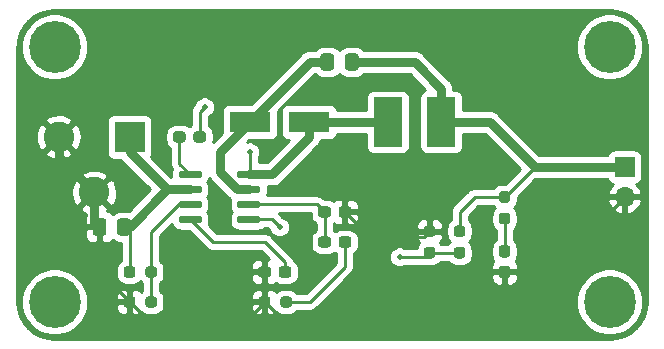
<source format=gtl>
%TF.GenerationSoftware,KiCad,Pcbnew,(5.1.12)-1*%
%TF.CreationDate,2021-11-13T04:14:35-08:00*%
%TF.ProjectId,techdemo,74656368-6465-46d6-9f2e-6b696361645f,rev?*%
%TF.SameCoordinates,Original*%
%TF.FileFunction,Copper,L1,Top*%
%TF.FilePolarity,Positive*%
%FSLAX46Y46*%
G04 Gerber Fmt 4.6, Leading zero omitted, Abs format (unit mm)*
G04 Created by KiCad (PCBNEW (5.1.12)-1) date 2021-11-13 04:14:35*
%MOMM*%
%LPD*%
G01*
G04 APERTURE LIST*
%TA.AperFunction,ComponentPad*%
%ADD10C,4.400000*%
%TD*%
%TA.AperFunction,SMDPad,CuDef*%
%ADD11R,2.400000X4.200000*%
%TD*%
%TA.AperFunction,ComponentPad*%
%ADD12O,1.700000X1.700000*%
%TD*%
%TA.AperFunction,ComponentPad*%
%ADD13R,1.700000X1.700000*%
%TD*%
%TA.AperFunction,ComponentPad*%
%ADD14C,2.600000*%
%TD*%
%TA.AperFunction,ComponentPad*%
%ADD15R,2.600000X2.600000*%
%TD*%
%TA.AperFunction,SMDPad,CuDef*%
%ADD16R,3.500000X1.800000*%
%TD*%
%TA.AperFunction,ViaPad*%
%ADD17C,0.508000*%
%TD*%
%TA.AperFunction,Conductor*%
%ADD18C,0.762000*%
%TD*%
%TA.AperFunction,Conductor*%
%ADD19C,0.254000*%
%TD*%
%TA.AperFunction,Conductor*%
%ADD20C,0.100000*%
%TD*%
G04 APERTURE END LIST*
D10*
%TO.P,REF\u002A\u002A,1*%
%TO.N,N/C*%
X144780000Y-82550000D03*
%TD*%
%TO.P,REF\u002A\u002A,1*%
%TO.N,N/C*%
X144780000Y-104140000D03*
%TD*%
%TO.P,REF\u002A\u002A,1*%
%TO.N,N/C*%
X191770000Y-104140000D03*
%TD*%
%TO.P,REF\u002A\u002A,1*%
%TO.N,N/C*%
X191770000Y-82550000D03*
%TD*%
%TO.P,C2,2*%
%TO.N,Net-(C2-Pad2)*%
%TA.AperFunction,SMDPad,CuDef*%
G36*
G01*
X155885000Y-89932500D02*
X155885000Y-90407500D01*
G75*
G02*
X155647500Y-90645000I-237500J0D01*
G01*
X155047500Y-90645000D01*
G75*
G02*
X154810000Y-90407500I0J237500D01*
G01*
X154810000Y-89932500D01*
G75*
G02*
X155047500Y-89695000I237500J0D01*
G01*
X155647500Y-89695000D01*
G75*
G02*
X155885000Y-89932500I0J-237500D01*
G01*
G37*
%TD.AperFunction*%
%TO.P,C2,1*%
%TO.N,Net-(C2-Pad1)*%
%TA.AperFunction,SMDPad,CuDef*%
G36*
G01*
X157610000Y-89932500D02*
X157610000Y-90407500D01*
G75*
G02*
X157372500Y-90645000I-237500J0D01*
G01*
X156772500Y-90645000D01*
G75*
G02*
X156535000Y-90407500I0J237500D01*
G01*
X156535000Y-89932500D01*
G75*
G02*
X156772500Y-89695000I237500J0D01*
G01*
X157372500Y-89695000D01*
G75*
G02*
X157610000Y-89932500I0J-237500D01*
G01*
G37*
%TD.AperFunction*%
%TD*%
D11*
%TO.P,L1,2*%
%TO.N,Net-(C6-Pad1)*%
X177510000Y-88900000D03*
%TO.P,L1,1*%
%TO.N,Net-(C2-Pad1)*%
X173010000Y-88900000D03*
%TD*%
%TO.P,U1,8*%
%TO.N,Net-(C2-Pad1)*%
%TA.AperFunction,SMDPad,CuDef*%
G36*
G01*
X160250000Y-93495000D02*
X160250000Y-93195000D01*
G75*
G02*
X160400000Y-93045000I150000J0D01*
G01*
X162050000Y-93045000D01*
G75*
G02*
X162200000Y-93195000I0J-150000D01*
G01*
X162200000Y-93495000D01*
G75*
G02*
X162050000Y-93645000I-150000J0D01*
G01*
X160400000Y-93645000D01*
G75*
G02*
X160250000Y-93495000I0J150000D01*
G01*
G37*
%TD.AperFunction*%
%TO.P,U1,7*%
%TO.N,Net-(C6-Pad2)*%
%TA.AperFunction,SMDPad,CuDef*%
G36*
G01*
X160250000Y-94765000D02*
X160250000Y-94465000D01*
G75*
G02*
X160400000Y-94315000I150000J0D01*
G01*
X162050000Y-94315000D01*
G75*
G02*
X162200000Y-94465000I0J-150000D01*
G01*
X162200000Y-94765000D01*
G75*
G02*
X162050000Y-94915000I-150000J0D01*
G01*
X160400000Y-94915000D01*
G75*
G02*
X160250000Y-94765000I0J150000D01*
G01*
G37*
%TD.AperFunction*%
%TO.P,U1,6*%
%TO.N,Net-(C4-Pad1)*%
%TA.AperFunction,SMDPad,CuDef*%
G36*
G01*
X160250000Y-96035000D02*
X160250000Y-95735000D01*
G75*
G02*
X160400000Y-95585000I150000J0D01*
G01*
X162050000Y-95585000D01*
G75*
G02*
X162200000Y-95735000I0J-150000D01*
G01*
X162200000Y-96035000D01*
G75*
G02*
X162050000Y-96185000I-150000J0D01*
G01*
X160400000Y-96185000D01*
G75*
G02*
X160250000Y-96035000I0J150000D01*
G01*
G37*
%TD.AperFunction*%
%TO.P,U1,5*%
%TO.N,Net-(R4-Pad2)*%
%TA.AperFunction,SMDPad,CuDef*%
G36*
G01*
X160250000Y-97305000D02*
X160250000Y-97005000D01*
G75*
G02*
X160400000Y-96855000I150000J0D01*
G01*
X162050000Y-96855000D01*
G75*
G02*
X162200000Y-97005000I0J-150000D01*
G01*
X162200000Y-97305000D01*
G75*
G02*
X162050000Y-97455000I-150000J0D01*
G01*
X160400000Y-97455000D01*
G75*
G02*
X160250000Y-97305000I0J150000D01*
G01*
G37*
%TD.AperFunction*%
%TO.P,U1,4*%
%TO.N,Net-(C3-Pad1)*%
%TA.AperFunction,SMDPad,CuDef*%
G36*
G01*
X155300000Y-97305000D02*
X155300000Y-97005000D01*
G75*
G02*
X155450000Y-96855000I150000J0D01*
G01*
X157100000Y-96855000D01*
G75*
G02*
X157250000Y-97005000I0J-150000D01*
G01*
X157250000Y-97305000D01*
G75*
G02*
X157100000Y-97455000I-150000J0D01*
G01*
X155450000Y-97455000D01*
G75*
G02*
X155300000Y-97305000I0J150000D01*
G01*
G37*
%TD.AperFunction*%
%TO.P,U1,3*%
%TO.N,Net-(R1-Pad2)*%
%TA.AperFunction,SMDPad,CuDef*%
G36*
G01*
X155300000Y-96035000D02*
X155300000Y-95735000D01*
G75*
G02*
X155450000Y-95585000I150000J0D01*
G01*
X157100000Y-95585000D01*
G75*
G02*
X157250000Y-95735000I0J-150000D01*
G01*
X157250000Y-96035000D01*
G75*
G02*
X157100000Y-96185000I-150000J0D01*
G01*
X155450000Y-96185000D01*
G75*
G02*
X155300000Y-96035000I0J150000D01*
G01*
G37*
%TD.AperFunction*%
%TO.P,U1,2*%
%TO.N,Net-(C1-Pad1)*%
%TA.AperFunction,SMDPad,CuDef*%
G36*
G01*
X155300000Y-94765000D02*
X155300000Y-94465000D01*
G75*
G02*
X155450000Y-94315000I150000J0D01*
G01*
X157100000Y-94315000D01*
G75*
G02*
X157250000Y-94465000I0J-150000D01*
G01*
X157250000Y-94765000D01*
G75*
G02*
X157100000Y-94915000I-150000J0D01*
G01*
X155450000Y-94915000D01*
G75*
G02*
X155300000Y-94765000I0J150000D01*
G01*
G37*
%TD.AperFunction*%
%TO.P,U1,1*%
%TO.N,Net-(C2-Pad2)*%
%TA.AperFunction,SMDPad,CuDef*%
G36*
G01*
X155300000Y-93495000D02*
X155300000Y-93195000D01*
G75*
G02*
X155450000Y-93045000I150000J0D01*
G01*
X157100000Y-93045000D01*
G75*
G02*
X157250000Y-93195000I0J-150000D01*
G01*
X157250000Y-93495000D01*
G75*
G02*
X157100000Y-93645000I-150000J0D01*
G01*
X155450000Y-93645000D01*
G75*
G02*
X155300000Y-93495000I0J150000D01*
G01*
G37*
%TD.AperFunction*%
%TD*%
%TO.P,R6,2*%
%TO.N,Net-(D2-Pad2)*%
%TA.AperFunction,SMDPad,CuDef*%
G36*
G01*
X182642500Y-96587500D02*
X183117500Y-96587500D01*
G75*
G02*
X183355000Y-96825000I0J-237500D01*
G01*
X183355000Y-97325000D01*
G75*
G02*
X183117500Y-97562500I-237500J0D01*
G01*
X182642500Y-97562500D01*
G75*
G02*
X182405000Y-97325000I0J237500D01*
G01*
X182405000Y-96825000D01*
G75*
G02*
X182642500Y-96587500I237500J0D01*
G01*
G37*
%TD.AperFunction*%
%TO.P,R6,1*%
%TO.N,Net-(C6-Pad1)*%
%TA.AperFunction,SMDPad,CuDef*%
G36*
G01*
X182642500Y-94762500D02*
X183117500Y-94762500D01*
G75*
G02*
X183355000Y-95000000I0J-237500D01*
G01*
X183355000Y-95500000D01*
G75*
G02*
X183117500Y-95737500I-237500J0D01*
G01*
X182642500Y-95737500D01*
G75*
G02*
X182405000Y-95500000I0J237500D01*
G01*
X182405000Y-95000000D01*
G75*
G02*
X182642500Y-94762500I237500J0D01*
G01*
G37*
%TD.AperFunction*%
%TD*%
%TO.P,R5,2*%
%TO.N,GND*%
%TA.AperFunction,SMDPad,CuDef*%
G36*
G01*
X176767500Y-98635000D02*
X176292500Y-98635000D01*
G75*
G02*
X176055000Y-98397500I0J237500D01*
G01*
X176055000Y-97897500D01*
G75*
G02*
X176292500Y-97660000I237500J0D01*
G01*
X176767500Y-97660000D01*
G75*
G02*
X177005000Y-97897500I0J-237500D01*
G01*
X177005000Y-98397500D01*
G75*
G02*
X176767500Y-98635000I-237500J0D01*
G01*
G37*
%TD.AperFunction*%
%TO.P,R5,1*%
%TO.N,Net-(R4-Pad2)*%
%TA.AperFunction,SMDPad,CuDef*%
G36*
G01*
X176767500Y-100460000D02*
X176292500Y-100460000D01*
G75*
G02*
X176055000Y-100222500I0J237500D01*
G01*
X176055000Y-99722500D01*
G75*
G02*
X176292500Y-99485000I237500J0D01*
G01*
X176767500Y-99485000D01*
G75*
G02*
X177005000Y-99722500I0J-237500D01*
G01*
X177005000Y-100222500D01*
G75*
G02*
X176767500Y-100460000I-237500J0D01*
G01*
G37*
%TD.AperFunction*%
%TD*%
%TO.P,R4,2*%
%TO.N,Net-(R4-Pad2)*%
%TA.AperFunction,SMDPad,CuDef*%
G36*
G01*
X178832500Y-99485000D02*
X179307500Y-99485000D01*
G75*
G02*
X179545000Y-99722500I0J-237500D01*
G01*
X179545000Y-100222500D01*
G75*
G02*
X179307500Y-100460000I-237500J0D01*
G01*
X178832500Y-100460000D01*
G75*
G02*
X178595000Y-100222500I0J237500D01*
G01*
X178595000Y-99722500D01*
G75*
G02*
X178832500Y-99485000I237500J0D01*
G01*
G37*
%TD.AperFunction*%
%TO.P,R4,1*%
%TO.N,Net-(C6-Pad1)*%
%TA.AperFunction,SMDPad,CuDef*%
G36*
G01*
X178832500Y-97660000D02*
X179307500Y-97660000D01*
G75*
G02*
X179545000Y-97897500I0J-237500D01*
G01*
X179545000Y-98397500D01*
G75*
G02*
X179307500Y-98635000I-237500J0D01*
G01*
X178832500Y-98635000D01*
G75*
G02*
X178595000Y-98397500I0J237500D01*
G01*
X178595000Y-97897500D01*
G75*
G02*
X178832500Y-97660000I237500J0D01*
G01*
G37*
%TD.AperFunction*%
%TD*%
%TO.P,R3,2*%
%TO.N,GND*%
%TA.AperFunction,SMDPad,CuDef*%
G36*
G01*
X163047500Y-103902500D02*
X163047500Y-104377500D01*
G75*
G02*
X162810000Y-104615000I-237500J0D01*
G01*
X162310000Y-104615000D01*
G75*
G02*
X162072500Y-104377500I0J237500D01*
G01*
X162072500Y-103902500D01*
G75*
G02*
X162310000Y-103665000I237500J0D01*
G01*
X162810000Y-103665000D01*
G75*
G02*
X163047500Y-103902500I0J-237500D01*
G01*
G37*
%TD.AperFunction*%
%TO.P,R3,1*%
%TO.N,Net-(C4-Pad2)*%
%TA.AperFunction,SMDPad,CuDef*%
G36*
G01*
X164872500Y-103902500D02*
X164872500Y-104377500D01*
G75*
G02*
X164635000Y-104615000I-237500J0D01*
G01*
X164135000Y-104615000D01*
G75*
G02*
X163897500Y-104377500I0J237500D01*
G01*
X163897500Y-103902500D01*
G75*
G02*
X164135000Y-103665000I237500J0D01*
G01*
X164635000Y-103665000D01*
G75*
G02*
X164872500Y-103902500I0J-237500D01*
G01*
G37*
%TD.AperFunction*%
%TD*%
%TO.P,R2,2*%
%TO.N,GND*%
%TA.AperFunction,SMDPad,CuDef*%
G36*
G01*
X151617500Y-103902500D02*
X151617500Y-104377500D01*
G75*
G02*
X151380000Y-104615000I-237500J0D01*
G01*
X150880000Y-104615000D01*
G75*
G02*
X150642500Y-104377500I0J237500D01*
G01*
X150642500Y-103902500D01*
G75*
G02*
X150880000Y-103665000I237500J0D01*
G01*
X151380000Y-103665000D01*
G75*
G02*
X151617500Y-103902500I0J-237500D01*
G01*
G37*
%TD.AperFunction*%
%TO.P,R2,1*%
%TO.N,Net-(R1-Pad2)*%
%TA.AperFunction,SMDPad,CuDef*%
G36*
G01*
X153442500Y-103902500D02*
X153442500Y-104377500D01*
G75*
G02*
X153205000Y-104615000I-237500J0D01*
G01*
X152705000Y-104615000D01*
G75*
G02*
X152467500Y-104377500I0J237500D01*
G01*
X152467500Y-103902500D01*
G75*
G02*
X152705000Y-103665000I237500J0D01*
G01*
X153205000Y-103665000D01*
G75*
G02*
X153442500Y-103902500I0J-237500D01*
G01*
G37*
%TD.AperFunction*%
%TD*%
%TO.P,R1,2*%
%TO.N,Net-(R1-Pad2)*%
%TA.AperFunction,SMDPad,CuDef*%
G36*
G01*
X152467500Y-101837500D02*
X152467500Y-101362500D01*
G75*
G02*
X152705000Y-101125000I237500J0D01*
G01*
X153205000Y-101125000D01*
G75*
G02*
X153442500Y-101362500I0J-237500D01*
G01*
X153442500Y-101837500D01*
G75*
G02*
X153205000Y-102075000I-237500J0D01*
G01*
X152705000Y-102075000D01*
G75*
G02*
X152467500Y-101837500I0J237500D01*
G01*
G37*
%TD.AperFunction*%
%TO.P,R1,1*%
%TO.N,Net-(C1-Pad1)*%
%TA.AperFunction,SMDPad,CuDef*%
G36*
G01*
X150642500Y-101837500D02*
X150642500Y-101362500D01*
G75*
G02*
X150880000Y-101125000I237500J0D01*
G01*
X151380000Y-101125000D01*
G75*
G02*
X151617500Y-101362500I0J-237500D01*
G01*
X151617500Y-101837500D01*
G75*
G02*
X151380000Y-102075000I-237500J0D01*
G01*
X150880000Y-102075000D01*
G75*
G02*
X150642500Y-101837500I0J237500D01*
G01*
G37*
%TD.AperFunction*%
%TD*%
D12*
%TO.P,J2,2*%
%TO.N,GND*%
X193040000Y-95250000D03*
D13*
%TO.P,J2,1*%
%TO.N,Net-(C6-Pad1)*%
X193040000Y-92710000D03*
%TD*%
D14*
%TO.P,J1,3*%
%TO.N,GND*%
X148130000Y-94870000D03*
%TO.P,J1,2*%
X145130000Y-90170000D03*
D15*
%TO.P,J1,1*%
%TO.N,Net-(C1-Pad1)*%
X151130000Y-90170000D03*
%TD*%
%TO.P,D2,2*%
%TO.N,Net-(D2-Pad2)*%
%TA.AperFunction,SMDPad,CuDef*%
G36*
G01*
X183117500Y-100375000D02*
X182642500Y-100375000D01*
G75*
G02*
X182405000Y-100137500I0J237500D01*
G01*
X182405000Y-99562500D01*
G75*
G02*
X182642500Y-99325000I237500J0D01*
G01*
X183117500Y-99325000D01*
G75*
G02*
X183355000Y-99562500I0J-237500D01*
G01*
X183355000Y-100137500D01*
G75*
G02*
X183117500Y-100375000I-237500J0D01*
G01*
G37*
%TD.AperFunction*%
%TO.P,D2,1*%
%TO.N,GND*%
%TA.AperFunction,SMDPad,CuDef*%
G36*
G01*
X183117500Y-102125000D02*
X182642500Y-102125000D01*
G75*
G02*
X182405000Y-101887500I0J237500D01*
G01*
X182405000Y-101312500D01*
G75*
G02*
X182642500Y-101075000I237500J0D01*
G01*
X183117500Y-101075000D01*
G75*
G02*
X183355000Y-101312500I0J-237500D01*
G01*
X183355000Y-101887500D01*
G75*
G02*
X183117500Y-102125000I-237500J0D01*
G01*
G37*
%TD.AperFunction*%
%TD*%
D16*
%TO.P,D1,2*%
%TO.N,Net-(C6-Pad2)*%
X161330000Y-88900000D03*
%TO.P,D1,1*%
%TO.N,Net-(C2-Pad1)*%
X166330000Y-88900000D03*
%TD*%
%TO.P,C6,2*%
%TO.N,Net-(C6-Pad2)*%
%TA.AperFunction,SMDPad,CuDef*%
G36*
G01*
X168460000Y-83345000D02*
X168460000Y-84295000D01*
G75*
G02*
X168210000Y-84545000I-250000J0D01*
G01*
X167535000Y-84545000D01*
G75*
G02*
X167285000Y-84295000I0J250000D01*
G01*
X167285000Y-83345000D01*
G75*
G02*
X167535000Y-83095000I250000J0D01*
G01*
X168210000Y-83095000D01*
G75*
G02*
X168460000Y-83345000I0J-250000D01*
G01*
G37*
%TD.AperFunction*%
%TO.P,C6,1*%
%TO.N,Net-(C6-Pad1)*%
%TA.AperFunction,SMDPad,CuDef*%
G36*
G01*
X170535000Y-83345000D02*
X170535000Y-84295000D01*
G75*
G02*
X170285000Y-84545000I-250000J0D01*
G01*
X169610000Y-84545000D01*
G75*
G02*
X169360000Y-84295000I0J250000D01*
G01*
X169360000Y-83345000D01*
G75*
G02*
X169610000Y-83095000I250000J0D01*
G01*
X170285000Y-83095000D01*
G75*
G02*
X170535000Y-83345000I0J-250000D01*
G01*
G37*
%TD.AperFunction*%
%TD*%
%TO.P,C5,2*%
%TO.N,GND*%
%TA.AperFunction,SMDPad,CuDef*%
G36*
G01*
X168827500Y-96757500D02*
X168827500Y-96282500D01*
G75*
G02*
X169065000Y-96045000I237500J0D01*
G01*
X169665000Y-96045000D01*
G75*
G02*
X169902500Y-96282500I0J-237500D01*
G01*
X169902500Y-96757500D01*
G75*
G02*
X169665000Y-96995000I-237500J0D01*
G01*
X169065000Y-96995000D01*
G75*
G02*
X168827500Y-96757500I0J237500D01*
G01*
G37*
%TD.AperFunction*%
%TO.P,C5,1*%
%TO.N,Net-(C4-Pad1)*%
%TA.AperFunction,SMDPad,CuDef*%
G36*
G01*
X167102500Y-96757500D02*
X167102500Y-96282500D01*
G75*
G02*
X167340000Y-96045000I237500J0D01*
G01*
X167940000Y-96045000D01*
G75*
G02*
X168177500Y-96282500I0J-237500D01*
G01*
X168177500Y-96757500D01*
G75*
G02*
X167940000Y-96995000I-237500J0D01*
G01*
X167340000Y-96995000D01*
G75*
G02*
X167102500Y-96757500I0J237500D01*
G01*
G37*
%TD.AperFunction*%
%TD*%
%TO.P,C4,2*%
%TO.N,Net-(C4-Pad2)*%
%TA.AperFunction,SMDPad,CuDef*%
G36*
G01*
X168827500Y-99297500D02*
X168827500Y-98822500D01*
G75*
G02*
X169065000Y-98585000I237500J0D01*
G01*
X169665000Y-98585000D01*
G75*
G02*
X169902500Y-98822500I0J-237500D01*
G01*
X169902500Y-99297500D01*
G75*
G02*
X169665000Y-99535000I-237500J0D01*
G01*
X169065000Y-99535000D01*
G75*
G02*
X168827500Y-99297500I0J237500D01*
G01*
G37*
%TD.AperFunction*%
%TO.P,C4,1*%
%TO.N,Net-(C4-Pad1)*%
%TA.AperFunction,SMDPad,CuDef*%
G36*
G01*
X167102500Y-99297500D02*
X167102500Y-98822500D01*
G75*
G02*
X167340000Y-98585000I237500J0D01*
G01*
X167940000Y-98585000D01*
G75*
G02*
X168177500Y-98822500I0J-237500D01*
G01*
X168177500Y-99297500D01*
G75*
G02*
X167940000Y-99535000I-237500J0D01*
G01*
X167340000Y-99535000D01*
G75*
G02*
X167102500Y-99297500I0J237500D01*
G01*
G37*
%TD.AperFunction*%
%TD*%
%TO.P,C3,2*%
%TO.N,GND*%
%TA.AperFunction,SMDPad,CuDef*%
G36*
G01*
X163097500Y-101362500D02*
X163097500Y-101837500D01*
G75*
G02*
X162860000Y-102075000I-237500J0D01*
G01*
X162260000Y-102075000D01*
G75*
G02*
X162022500Y-101837500I0J237500D01*
G01*
X162022500Y-101362500D01*
G75*
G02*
X162260000Y-101125000I237500J0D01*
G01*
X162860000Y-101125000D01*
G75*
G02*
X163097500Y-101362500I0J-237500D01*
G01*
G37*
%TD.AperFunction*%
%TO.P,C3,1*%
%TO.N,Net-(C3-Pad1)*%
%TA.AperFunction,SMDPad,CuDef*%
G36*
G01*
X164822500Y-101362500D02*
X164822500Y-101837500D01*
G75*
G02*
X164585000Y-102075000I-237500J0D01*
G01*
X163985000Y-102075000D01*
G75*
G02*
X163747500Y-101837500I0J237500D01*
G01*
X163747500Y-101362500D01*
G75*
G02*
X163985000Y-101125000I237500J0D01*
G01*
X164585000Y-101125000D01*
G75*
G02*
X164822500Y-101362500I0J-237500D01*
G01*
G37*
%TD.AperFunction*%
%TD*%
%TO.P,C1,2*%
%TO.N,GND*%
%TA.AperFunction,SMDPad,CuDef*%
G36*
G01*
X149177500Y-97315000D02*
X149177500Y-98265000D01*
G75*
G02*
X148927500Y-98515000I-250000J0D01*
G01*
X148252500Y-98515000D01*
G75*
G02*
X148002500Y-98265000I0J250000D01*
G01*
X148002500Y-97315000D01*
G75*
G02*
X148252500Y-97065000I250000J0D01*
G01*
X148927500Y-97065000D01*
G75*
G02*
X149177500Y-97315000I0J-250000D01*
G01*
G37*
%TD.AperFunction*%
%TO.P,C1,1*%
%TO.N,Net-(C1-Pad1)*%
%TA.AperFunction,SMDPad,CuDef*%
G36*
G01*
X151252500Y-97315000D02*
X151252500Y-98265000D01*
G75*
G02*
X151002500Y-98515000I-250000J0D01*
G01*
X150327500Y-98515000D01*
G75*
G02*
X150077500Y-98265000I0J250000D01*
G01*
X150077500Y-97315000D01*
G75*
G02*
X150327500Y-97065000I250000J0D01*
G01*
X151002500Y-97065000D01*
G75*
G02*
X151252500Y-97315000I0J-250000D01*
G01*
G37*
%TD.AperFunction*%
%TD*%
D17*
%TO.N,Net-(C2-Pad1)*%
X157480000Y-87630000D03*
X161290000Y-91440000D03*
%TO.N,Net-(R4-Pad2)*%
X173990000Y-100330000D03*
X163830000Y-97790000D03*
%TD*%
D18*
%TO.N,GND*%
X145130000Y-91870000D02*
X148130000Y-94870000D01*
X145130000Y-90170000D02*
X145130000Y-91870000D01*
X148510000Y-95250000D02*
X148130000Y-94870000D01*
D19*
X186690000Y-101600000D02*
X193040000Y-95250000D01*
X182880000Y-101600000D02*
X186690000Y-101600000D01*
X148590000Y-101600000D02*
X151130000Y-104140000D01*
X148590000Y-97790000D02*
X148590000Y-101600000D01*
X162560000Y-104140000D02*
X162560000Y-101600000D01*
X171450000Y-98605000D02*
X169365000Y-96520000D01*
X176072500Y-98605000D02*
X176530000Y-98147500D01*
X182880000Y-101600000D02*
X170180000Y-101600000D01*
X162560000Y-104140000D02*
X161290000Y-105410000D01*
X161290000Y-105410000D02*
X152400000Y-105410000D01*
X152400000Y-105410000D02*
X151130000Y-104140000D01*
X162560000Y-104140000D02*
X163830000Y-105410000D01*
X163830000Y-105410000D02*
X166370000Y-105410000D01*
X170180000Y-101600000D02*
X166370000Y-105410000D01*
X170180000Y-101600000D02*
X173175000Y-98605000D01*
X173175000Y-98605000D02*
X176072500Y-98605000D01*
X171450000Y-98605000D02*
X173175000Y-98605000D01*
D18*
X148130000Y-97330000D02*
X148590000Y-97790000D01*
X148130000Y-94870000D02*
X148130000Y-97330000D01*
%TO.N,Net-(C1-Pad1)*%
X151130000Y-97790000D02*
X154305000Y-94615000D01*
X150665000Y-97790000D02*
X151130000Y-97790000D01*
X154305000Y-94615000D02*
X156275000Y-94615000D01*
D19*
X151130000Y-98255000D02*
X150665000Y-97790000D01*
X151130000Y-101600000D02*
X151130000Y-98255000D01*
D18*
X151130000Y-91440000D02*
X154305000Y-94615000D01*
X151130000Y-90170000D02*
X151130000Y-91440000D01*
D19*
%TO.N,Net-(C2-Pad2)*%
X155347500Y-92417500D02*
X156275000Y-93345000D01*
X155347500Y-90170000D02*
X155347500Y-92417500D01*
D18*
%TO.N,Net-(C2-Pad1)*%
X166330000Y-88900000D02*
X173010000Y-88900000D01*
X166330000Y-88900000D02*
X166330000Y-90210000D01*
X163195000Y-93345000D02*
X161225000Y-93345000D01*
X166330000Y-90210000D02*
X163195000Y-93345000D01*
D19*
X157072500Y-90170000D02*
X157072500Y-88037500D01*
X157072500Y-88037500D02*
X157480000Y-87630000D01*
X161290000Y-93280000D02*
X161225000Y-93345000D01*
X161290000Y-91440000D02*
X161290000Y-93280000D01*
%TO.N,Net-(C3-Pad1)*%
X164285000Y-101600000D02*
X164285000Y-100785000D01*
X164285000Y-100785000D02*
X162560000Y-99060000D01*
X158180000Y-99060000D02*
X156275000Y-97155000D01*
X162560000Y-99060000D02*
X158180000Y-99060000D01*
%TO.N,Net-(C4-Pad2)*%
X164385000Y-104140000D02*
X166370000Y-104140000D01*
X169365000Y-101145000D02*
X169365000Y-99060000D01*
X166370000Y-104140000D02*
X169365000Y-101145000D01*
%TO.N,Net-(C4-Pad1)*%
X167005000Y-95885000D02*
X167640000Y-96520000D01*
X161225000Y-95885000D02*
X167005000Y-95885000D01*
X167640000Y-96520000D02*
X167640000Y-99060000D01*
D18*
%TO.N,Net-(C6-Pad2)*%
X161330000Y-88900000D02*
X158750000Y-91480000D01*
X160250000Y-94615000D02*
X161225000Y-94615000D01*
X158750000Y-93115000D02*
X160250000Y-94615000D01*
X158750000Y-91480000D02*
X158750000Y-93115000D01*
X166410000Y-83820000D02*
X161330000Y-88900000D01*
X167872500Y-83820000D02*
X166410000Y-83820000D01*
%TO.N,Net-(C6-Pad1)*%
X177510000Y-88900000D02*
X181610000Y-88900000D01*
X185420000Y-92710000D02*
X193040000Y-92710000D01*
X181610000Y-88900000D02*
X185420000Y-92710000D01*
X169947500Y-83820000D02*
X175260000Y-83820000D01*
X177510000Y-86070000D02*
X177510000Y-88900000D01*
X175260000Y-83820000D02*
X177510000Y-86070000D01*
D19*
X185420000Y-92710000D02*
X182880000Y-95250000D01*
X179070000Y-98147500D02*
X179070000Y-96520000D01*
X180340000Y-95250000D02*
X182880000Y-95250000D01*
X179070000Y-96520000D02*
X180340000Y-95250000D01*
%TO.N,Net-(D2-Pad2)*%
X182880000Y-97075000D02*
X182880000Y-99850000D01*
%TO.N,Net-(R1-Pad2)*%
X155300000Y-95885000D02*
X156275000Y-95885000D01*
X152955000Y-98230000D02*
X155300000Y-95885000D01*
X152955000Y-101600000D02*
X152955000Y-98230000D01*
X152955000Y-104140000D02*
X152955000Y-101600000D01*
%TO.N,Net-(R4-Pad2)*%
X179070000Y-99972500D02*
X176530000Y-99972500D01*
X163195000Y-97155000D02*
X163830000Y-97790000D01*
X161225000Y-97155000D02*
X163195000Y-97155000D01*
X176172500Y-100330000D02*
X176530000Y-99972500D01*
X173990000Y-100330000D02*
X176172500Y-100330000D01*
%TD*%
%TO.N,GND*%
X192381222Y-79463096D02*
X192969164Y-79640606D01*
X193511436Y-79928937D01*
X193987364Y-80317094D01*
X194378845Y-80790314D01*
X194670951Y-81330552D01*
X194852563Y-81917244D01*
X194920001Y-82558888D01*
X194920000Y-104107721D01*
X194856904Y-104751221D01*
X194679394Y-105339164D01*
X194391063Y-105881436D01*
X194002906Y-106357364D01*
X193529686Y-106748845D01*
X192989449Y-107040950D01*
X192402756Y-107222563D01*
X191761130Y-107290000D01*
X144812279Y-107290000D01*
X144168779Y-107226904D01*
X143580836Y-107049394D01*
X143038564Y-106761063D01*
X142562636Y-106372906D01*
X142171155Y-105899686D01*
X141879050Y-105359449D01*
X141697437Y-104772756D01*
X141630000Y-104131130D01*
X141630000Y-103860777D01*
X141945000Y-103860777D01*
X141945000Y-104419223D01*
X142053948Y-104966939D01*
X142267656Y-105482876D01*
X142577912Y-105947207D01*
X142972793Y-106342088D01*
X143437124Y-106652344D01*
X143953061Y-106866052D01*
X144500777Y-106975000D01*
X145059223Y-106975000D01*
X145606939Y-106866052D01*
X146122876Y-106652344D01*
X146587207Y-106342088D01*
X146982088Y-105947207D01*
X147292344Y-105482876D01*
X147506052Y-104966939D01*
X147576057Y-104615000D01*
X150004428Y-104615000D01*
X150016688Y-104739482D01*
X150052998Y-104859180D01*
X150111963Y-104969494D01*
X150191315Y-105066185D01*
X150288006Y-105145537D01*
X150398320Y-105204502D01*
X150518018Y-105240812D01*
X150642500Y-105253072D01*
X150844250Y-105250000D01*
X151003000Y-105091250D01*
X151003000Y-104267000D01*
X150166250Y-104267000D01*
X150007500Y-104425750D01*
X150004428Y-104615000D01*
X147576057Y-104615000D01*
X147615000Y-104419223D01*
X147615000Y-103860777D01*
X147576058Y-103665000D01*
X150004428Y-103665000D01*
X150007500Y-103854250D01*
X150166250Y-104013000D01*
X151003000Y-104013000D01*
X151003000Y-103188750D01*
X150844250Y-103030000D01*
X150642500Y-103026928D01*
X150518018Y-103039188D01*
X150398320Y-103075498D01*
X150288006Y-103134463D01*
X150191315Y-103213815D01*
X150111963Y-103310506D01*
X150052998Y-103420820D01*
X150016688Y-103540518D01*
X150004428Y-103665000D01*
X147576058Y-103665000D01*
X147506052Y-103313061D01*
X147292344Y-102797124D01*
X146982088Y-102332793D01*
X146587207Y-101937912D01*
X146122876Y-101627656D01*
X145606939Y-101413948D01*
X145059223Y-101305000D01*
X144500777Y-101305000D01*
X143953061Y-101413948D01*
X143437124Y-101627656D01*
X142972793Y-101937912D01*
X142577912Y-102332793D01*
X142267656Y-102797124D01*
X142053948Y-103313061D01*
X141945000Y-103860777D01*
X141630000Y-103860777D01*
X141630000Y-98515000D01*
X147364428Y-98515000D01*
X147376688Y-98639482D01*
X147412998Y-98759180D01*
X147471963Y-98869494D01*
X147551315Y-98966185D01*
X147648006Y-99045537D01*
X147758320Y-99104502D01*
X147878018Y-99140812D01*
X148002500Y-99153072D01*
X148304250Y-99150000D01*
X148463000Y-98991250D01*
X148463000Y-97917000D01*
X147526250Y-97917000D01*
X147367500Y-98075750D01*
X147364428Y-98515000D01*
X141630000Y-98515000D01*
X141630000Y-96219224D01*
X146960381Y-96219224D01*
X147092317Y-96514312D01*
X147433045Y-96685159D01*
X147481766Y-96698561D01*
X147471963Y-96710506D01*
X147412998Y-96820820D01*
X147376688Y-96940518D01*
X147364428Y-97065000D01*
X147367500Y-97504250D01*
X147526250Y-97663000D01*
X148463000Y-97663000D01*
X148463000Y-97643000D01*
X148717000Y-97643000D01*
X148717000Y-97663000D01*
X148737000Y-97663000D01*
X148737000Y-97917000D01*
X148717000Y-97917000D01*
X148717000Y-98991250D01*
X148875750Y-99150000D01*
X149177500Y-99153072D01*
X149301982Y-99140812D01*
X149421680Y-99104502D01*
X149531994Y-99045537D01*
X149628685Y-98966185D01*
X149694158Y-98886406D01*
X149699538Y-98892962D01*
X149834114Y-99003405D01*
X149987650Y-99085472D01*
X150154246Y-99136008D01*
X150327500Y-99153072D01*
X150368001Y-99153072D01*
X150368000Y-100655463D01*
X150260877Y-100743377D01*
X150151988Y-100876058D01*
X150071077Y-101027433D01*
X150021252Y-101191684D01*
X150004428Y-101362500D01*
X150004428Y-101837500D01*
X150021252Y-102008316D01*
X150071077Y-102172567D01*
X150151988Y-102323942D01*
X150260877Y-102456623D01*
X150393558Y-102565512D01*
X150544933Y-102646423D01*
X150709184Y-102696248D01*
X150880000Y-102713072D01*
X151380000Y-102713072D01*
X151550816Y-102696248D01*
X151715067Y-102646423D01*
X151866442Y-102565512D01*
X151999123Y-102456623D01*
X152042500Y-102403768D01*
X152085877Y-102456623D01*
X152193001Y-102544538D01*
X152193000Y-103195463D01*
X152109717Y-103263812D01*
X152068685Y-103213815D01*
X151971994Y-103134463D01*
X151861680Y-103075498D01*
X151741982Y-103039188D01*
X151617500Y-103026928D01*
X151415750Y-103030000D01*
X151257000Y-103188750D01*
X151257000Y-104013000D01*
X151277000Y-104013000D01*
X151277000Y-104267000D01*
X151257000Y-104267000D01*
X151257000Y-105091250D01*
X151415750Y-105250000D01*
X151617500Y-105253072D01*
X151741982Y-105240812D01*
X151861680Y-105204502D01*
X151971994Y-105145537D01*
X152068685Y-105066185D01*
X152109717Y-105016188D01*
X152218558Y-105105512D01*
X152369933Y-105186423D01*
X152534184Y-105236248D01*
X152705000Y-105253072D01*
X153205000Y-105253072D01*
X153375816Y-105236248D01*
X153540067Y-105186423D01*
X153691442Y-105105512D01*
X153824123Y-104996623D01*
X153933012Y-104863942D01*
X154013923Y-104712567D01*
X154043519Y-104615000D01*
X161434428Y-104615000D01*
X161446688Y-104739482D01*
X161482998Y-104859180D01*
X161541963Y-104969494D01*
X161621315Y-105066185D01*
X161718006Y-105145537D01*
X161828320Y-105204502D01*
X161948018Y-105240812D01*
X162072500Y-105253072D01*
X162274250Y-105250000D01*
X162433000Y-105091250D01*
X162433000Y-104267000D01*
X161596250Y-104267000D01*
X161437500Y-104425750D01*
X161434428Y-104615000D01*
X154043519Y-104615000D01*
X154063748Y-104548316D01*
X154080572Y-104377500D01*
X154080572Y-103902500D01*
X154063748Y-103731684D01*
X154043520Y-103665000D01*
X161434428Y-103665000D01*
X161437500Y-103854250D01*
X161596250Y-104013000D01*
X162433000Y-104013000D01*
X162433000Y-103188750D01*
X162274250Y-103030000D01*
X162072500Y-103026928D01*
X161948018Y-103039188D01*
X161828320Y-103075498D01*
X161718006Y-103134463D01*
X161621315Y-103213815D01*
X161541963Y-103310506D01*
X161482998Y-103420820D01*
X161446688Y-103540518D01*
X161434428Y-103665000D01*
X154043520Y-103665000D01*
X154013923Y-103567433D01*
X153933012Y-103416058D01*
X153824123Y-103283377D01*
X153717000Y-103195463D01*
X153717000Y-102544537D01*
X153824123Y-102456623D01*
X153933012Y-102323942D01*
X154013923Y-102172567D01*
X154043519Y-102075000D01*
X161384428Y-102075000D01*
X161396688Y-102199482D01*
X161432998Y-102319180D01*
X161491963Y-102429494D01*
X161571315Y-102526185D01*
X161668006Y-102605537D01*
X161778320Y-102664502D01*
X161898018Y-102700812D01*
X162022500Y-102713072D01*
X162274250Y-102710000D01*
X162433000Y-102551250D01*
X162433000Y-101727000D01*
X161546250Y-101727000D01*
X161387500Y-101885750D01*
X161384428Y-102075000D01*
X154043519Y-102075000D01*
X154063748Y-102008316D01*
X154080572Y-101837500D01*
X154080572Y-101362500D01*
X154063748Y-101191684D01*
X154043520Y-101125000D01*
X161384428Y-101125000D01*
X161387500Y-101314250D01*
X161546250Y-101473000D01*
X162433000Y-101473000D01*
X162433000Y-100648750D01*
X162274250Y-100490000D01*
X162022500Y-100486928D01*
X161898018Y-100499188D01*
X161778320Y-100535498D01*
X161668006Y-100594463D01*
X161571315Y-100673815D01*
X161491963Y-100770506D01*
X161432998Y-100880820D01*
X161396688Y-101000518D01*
X161384428Y-101125000D01*
X154043520Y-101125000D01*
X154013923Y-101027433D01*
X153933012Y-100876058D01*
X153824123Y-100743377D01*
X153717000Y-100655463D01*
X153717000Y-98545630D01*
X154706586Y-97556045D01*
X154721916Y-97606582D01*
X154794742Y-97742829D01*
X154892749Y-97862251D01*
X155012171Y-97960258D01*
X155148418Y-98033084D01*
X155296255Y-98077929D01*
X155450000Y-98093072D01*
X156135442Y-98093072D01*
X157614720Y-99572351D01*
X157638578Y-99601422D01*
X157667648Y-99625279D01*
X157754607Y-99696645D01*
X157802979Y-99722500D01*
X157886985Y-99767402D01*
X158030622Y-99810974D01*
X158142574Y-99822000D01*
X158142577Y-99822000D01*
X158180000Y-99825686D01*
X158217423Y-99822000D01*
X162244370Y-99822000D01*
X162911566Y-100489197D01*
X162845750Y-100490000D01*
X162687000Y-100648750D01*
X162687000Y-101473000D01*
X162707000Y-101473000D01*
X162707000Y-101727000D01*
X162687000Y-101727000D01*
X162687000Y-102551250D01*
X162845750Y-102710000D01*
X163097500Y-102713072D01*
X163221982Y-102700812D01*
X163341680Y-102664502D01*
X163451994Y-102605537D01*
X163499894Y-102566226D01*
X163649933Y-102646423D01*
X163814184Y-102696248D01*
X163985000Y-102713072D01*
X164585000Y-102713072D01*
X164755816Y-102696248D01*
X164920067Y-102646423D01*
X165071442Y-102565512D01*
X165204123Y-102456623D01*
X165313012Y-102323942D01*
X165393923Y-102172567D01*
X165443748Y-102008316D01*
X165460572Y-101837500D01*
X165460572Y-101362500D01*
X165443748Y-101191684D01*
X165393923Y-101027433D01*
X165313012Y-100876058D01*
X165204123Y-100743377D01*
X165071442Y-100634488D01*
X165028700Y-100611642D01*
X164992402Y-100491985D01*
X164921645Y-100359608D01*
X164826422Y-100243578D01*
X164797352Y-100219721D01*
X163125284Y-98547654D01*
X163101422Y-98518578D01*
X162985392Y-98423355D01*
X162853015Y-98352598D01*
X162709378Y-98309026D01*
X162597426Y-98298000D01*
X162597423Y-98298000D01*
X162560000Y-98294314D01*
X162522577Y-98298000D01*
X158495631Y-98298000D01*
X157819769Y-97622138D01*
X157828084Y-97606582D01*
X157872929Y-97458745D01*
X157888072Y-97305000D01*
X157888072Y-97005000D01*
X157872929Y-96851255D01*
X157828084Y-96703418D01*
X157755258Y-96567171D01*
X157716546Y-96520000D01*
X157755258Y-96472829D01*
X157828084Y-96336582D01*
X157872929Y-96188745D01*
X157888072Y-96035000D01*
X157888072Y-95735000D01*
X157872929Y-95581255D01*
X157828084Y-95433418D01*
X157755258Y-95297171D01*
X157716546Y-95250000D01*
X157755258Y-95202829D01*
X157828084Y-95066582D01*
X157872929Y-94918745D01*
X157888072Y-94765000D01*
X157888072Y-94465000D01*
X157872929Y-94311255D01*
X157828084Y-94163418D01*
X157755258Y-94027171D01*
X157716546Y-93980000D01*
X157755258Y-93932829D01*
X157828084Y-93796582D01*
X157872929Y-93648745D01*
X157874537Y-93632417D01*
X157901141Y-93682190D01*
X158028105Y-93836896D01*
X158066868Y-93868708D01*
X159496292Y-95298133D01*
X159528104Y-95336896D01*
X159666694Y-95450634D01*
X159627071Y-95581255D01*
X159611928Y-95735000D01*
X159611928Y-96035000D01*
X159627071Y-96188745D01*
X159671916Y-96336582D01*
X159744742Y-96472829D01*
X159783454Y-96520000D01*
X159744742Y-96567171D01*
X159671916Y-96703418D01*
X159627071Y-96851255D01*
X159611928Y-97005000D01*
X159611928Y-97305000D01*
X159627071Y-97458745D01*
X159671916Y-97606582D01*
X159744742Y-97742829D01*
X159842749Y-97862251D01*
X159962171Y-97960258D01*
X160098418Y-98033084D01*
X160246255Y-98077929D01*
X160400000Y-98093072D01*
X162050000Y-98093072D01*
X162203745Y-98077929D01*
X162351582Y-98033084D01*
X162487829Y-97960258D01*
X162540539Y-97917000D01*
X162879370Y-97917000D01*
X162966096Y-98003726D01*
X162975164Y-98049312D01*
X163042179Y-98211099D01*
X163139469Y-98356704D01*
X163263296Y-98480531D01*
X163408901Y-98577821D01*
X163570688Y-98644836D01*
X163742441Y-98679000D01*
X163917559Y-98679000D01*
X164089312Y-98644836D01*
X164251099Y-98577821D01*
X164396704Y-98480531D01*
X164520531Y-98356704D01*
X164617821Y-98211099D01*
X164684836Y-98049312D01*
X164719000Y-97877559D01*
X164719000Y-97702441D01*
X164684836Y-97530688D01*
X164617821Y-97368901D01*
X164520531Y-97223296D01*
X164396704Y-97099469D01*
X164251099Y-97002179D01*
X164089312Y-96935164D01*
X164043726Y-96926096D01*
X163764630Y-96647000D01*
X166464428Y-96647000D01*
X166464428Y-96757500D01*
X166481252Y-96928316D01*
X166531077Y-97092567D01*
X166611988Y-97243942D01*
X166720877Y-97376623D01*
X166853558Y-97485512D01*
X166878000Y-97498577D01*
X166878001Y-98081423D01*
X166853558Y-98094488D01*
X166720877Y-98203377D01*
X166611988Y-98336058D01*
X166531077Y-98487433D01*
X166481252Y-98651684D01*
X166464428Y-98822500D01*
X166464428Y-99297500D01*
X166481252Y-99468316D01*
X166531077Y-99632567D01*
X166611988Y-99783942D01*
X166720877Y-99916623D01*
X166853558Y-100025512D01*
X167004933Y-100106423D01*
X167169184Y-100156248D01*
X167340000Y-100173072D01*
X167940000Y-100173072D01*
X168110816Y-100156248D01*
X168275067Y-100106423D01*
X168426442Y-100025512D01*
X168502500Y-99963093D01*
X168578558Y-100025512D01*
X168603001Y-100038577D01*
X168603000Y-100829370D01*
X166054370Y-103378000D01*
X165331778Y-103378000D01*
X165254123Y-103283377D01*
X165121442Y-103174488D01*
X164970067Y-103093577D01*
X164805816Y-103043752D01*
X164635000Y-103026928D01*
X164135000Y-103026928D01*
X163964184Y-103043752D01*
X163799933Y-103093577D01*
X163648558Y-103174488D01*
X163539717Y-103263812D01*
X163498685Y-103213815D01*
X163401994Y-103134463D01*
X163291680Y-103075498D01*
X163171982Y-103039188D01*
X163047500Y-103026928D01*
X162845750Y-103030000D01*
X162687000Y-103188750D01*
X162687000Y-104013000D01*
X162707000Y-104013000D01*
X162707000Y-104267000D01*
X162687000Y-104267000D01*
X162687000Y-105091250D01*
X162845750Y-105250000D01*
X163047500Y-105253072D01*
X163171982Y-105240812D01*
X163291680Y-105204502D01*
X163401994Y-105145537D01*
X163498685Y-105066185D01*
X163539717Y-105016188D01*
X163648558Y-105105512D01*
X163799933Y-105186423D01*
X163964184Y-105236248D01*
X164135000Y-105253072D01*
X164635000Y-105253072D01*
X164805816Y-105236248D01*
X164970067Y-105186423D01*
X165121442Y-105105512D01*
X165254123Y-104996623D01*
X165331778Y-104902000D01*
X166332577Y-104902000D01*
X166370000Y-104905686D01*
X166407423Y-104902000D01*
X166407426Y-104902000D01*
X166519378Y-104890974D01*
X166663015Y-104847402D01*
X166795392Y-104776645D01*
X166911422Y-104681422D01*
X166935284Y-104652346D01*
X167726853Y-103860777D01*
X188935000Y-103860777D01*
X188935000Y-104419223D01*
X189043948Y-104966939D01*
X189257656Y-105482876D01*
X189567912Y-105947207D01*
X189962793Y-106342088D01*
X190427124Y-106652344D01*
X190943061Y-106866052D01*
X191490777Y-106975000D01*
X192049223Y-106975000D01*
X192596939Y-106866052D01*
X193112876Y-106652344D01*
X193577207Y-106342088D01*
X193972088Y-105947207D01*
X194282344Y-105482876D01*
X194496052Y-104966939D01*
X194605000Y-104419223D01*
X194605000Y-103860777D01*
X194496052Y-103313061D01*
X194282344Y-102797124D01*
X193972088Y-102332793D01*
X193577207Y-101937912D01*
X193112876Y-101627656D01*
X192596939Y-101413948D01*
X192049223Y-101305000D01*
X191490777Y-101305000D01*
X190943061Y-101413948D01*
X190427124Y-101627656D01*
X189962793Y-101937912D01*
X189567912Y-102332793D01*
X189257656Y-102797124D01*
X189043948Y-103313061D01*
X188935000Y-103860777D01*
X167726853Y-103860777D01*
X169462630Y-102125000D01*
X181766928Y-102125000D01*
X181779188Y-102249482D01*
X181815498Y-102369180D01*
X181874463Y-102479494D01*
X181953815Y-102576185D01*
X182050506Y-102655537D01*
X182160820Y-102714502D01*
X182280518Y-102750812D01*
X182405000Y-102763072D01*
X182594250Y-102760000D01*
X182753000Y-102601250D01*
X182753000Y-101727000D01*
X183007000Y-101727000D01*
X183007000Y-102601250D01*
X183165750Y-102760000D01*
X183355000Y-102763072D01*
X183479482Y-102750812D01*
X183599180Y-102714502D01*
X183709494Y-102655537D01*
X183806185Y-102576185D01*
X183885537Y-102479494D01*
X183944502Y-102369180D01*
X183980812Y-102249482D01*
X183993072Y-102125000D01*
X183990000Y-101885750D01*
X183831250Y-101727000D01*
X183007000Y-101727000D01*
X182753000Y-101727000D01*
X181928750Y-101727000D01*
X181770000Y-101885750D01*
X181766928Y-102125000D01*
X169462630Y-102125000D01*
X169877347Y-101710283D01*
X169906422Y-101686422D01*
X169966857Y-101612781D01*
X170001645Y-101570393D01*
X170072401Y-101438016D01*
X170072402Y-101438015D01*
X170115974Y-101294378D01*
X170127000Y-101182426D01*
X170127000Y-101182423D01*
X170130686Y-101145000D01*
X170127000Y-101107577D01*
X170127000Y-100038576D01*
X170151442Y-100025512D01*
X170284123Y-99916623D01*
X170393012Y-99783942D01*
X170473923Y-99632567D01*
X170523748Y-99468316D01*
X170540572Y-99297500D01*
X170540572Y-98822500D01*
X170523748Y-98651684D01*
X170473923Y-98487433D01*
X170393012Y-98336058D01*
X170284123Y-98203377D01*
X170151442Y-98094488D01*
X170000067Y-98013577D01*
X169835816Y-97963752D01*
X169665000Y-97946928D01*
X169065000Y-97946928D01*
X168894184Y-97963752D01*
X168729933Y-98013577D01*
X168578558Y-98094488D01*
X168502500Y-98156907D01*
X168426442Y-98094488D01*
X168402000Y-98081424D01*
X168402000Y-97660000D01*
X175416928Y-97660000D01*
X175420000Y-97861750D01*
X175578750Y-98020500D01*
X176403000Y-98020500D01*
X176403000Y-97183750D01*
X176657000Y-97183750D01*
X176657000Y-98020500D01*
X177481250Y-98020500D01*
X177640000Y-97861750D01*
X177643072Y-97660000D01*
X177630812Y-97535518D01*
X177594502Y-97415820D01*
X177535537Y-97305506D01*
X177456185Y-97208815D01*
X177359494Y-97129463D01*
X177249180Y-97070498D01*
X177129482Y-97034188D01*
X177005000Y-97021928D01*
X176815750Y-97025000D01*
X176657000Y-97183750D01*
X176403000Y-97183750D01*
X176244250Y-97025000D01*
X176055000Y-97021928D01*
X175930518Y-97034188D01*
X175810820Y-97070498D01*
X175700506Y-97129463D01*
X175603815Y-97208815D01*
X175524463Y-97305506D01*
X175465498Y-97415820D01*
X175429188Y-97535518D01*
X175416928Y-97660000D01*
X168402000Y-97660000D01*
X168402000Y-97498576D01*
X168425106Y-97486226D01*
X168473006Y-97525537D01*
X168583320Y-97584502D01*
X168703018Y-97620812D01*
X168827500Y-97633072D01*
X169079250Y-97630000D01*
X169238000Y-97471250D01*
X169238000Y-96647000D01*
X169492000Y-96647000D01*
X169492000Y-97471250D01*
X169650750Y-97630000D01*
X169902500Y-97633072D01*
X170026982Y-97620812D01*
X170146680Y-97584502D01*
X170256994Y-97525537D01*
X170353685Y-97446185D01*
X170433037Y-97349494D01*
X170492002Y-97239180D01*
X170528312Y-97119482D01*
X170540572Y-96995000D01*
X170537500Y-96805750D01*
X170378750Y-96647000D01*
X169492000Y-96647000D01*
X169238000Y-96647000D01*
X169218000Y-96647000D01*
X169218000Y-96393000D01*
X169238000Y-96393000D01*
X169238000Y-95568750D01*
X169492000Y-95568750D01*
X169492000Y-96393000D01*
X170378750Y-96393000D01*
X170537500Y-96234250D01*
X170540572Y-96045000D01*
X170528312Y-95920518D01*
X170492002Y-95800820D01*
X170433037Y-95690506D01*
X170353685Y-95593815D01*
X170256994Y-95514463D01*
X170146680Y-95455498D01*
X170026982Y-95419188D01*
X169902500Y-95406928D01*
X169650750Y-95410000D01*
X169492000Y-95568750D01*
X169238000Y-95568750D01*
X169079250Y-95410000D01*
X168827500Y-95406928D01*
X168703018Y-95419188D01*
X168583320Y-95455498D01*
X168473006Y-95514463D01*
X168425106Y-95553774D01*
X168275067Y-95473577D01*
X168110816Y-95423752D01*
X167940000Y-95406928D01*
X167604558Y-95406928D01*
X167570284Y-95372654D01*
X167546422Y-95343578D01*
X167430392Y-95248355D01*
X167298015Y-95177598D01*
X167154378Y-95134026D01*
X167042426Y-95123000D01*
X167042423Y-95123000D01*
X167005000Y-95119314D01*
X166967577Y-95123000D01*
X162747928Y-95123000D01*
X162778084Y-95066582D01*
X162822929Y-94918745D01*
X162838072Y-94765000D01*
X162838072Y-94465000D01*
X162827829Y-94361000D01*
X163145098Y-94361000D01*
X163195000Y-94365915D01*
X163244902Y-94361000D01*
X163394171Y-94346298D01*
X163585687Y-94288202D01*
X163762190Y-94193860D01*
X163916896Y-94066896D01*
X163948712Y-94028128D01*
X167013133Y-90963708D01*
X167051896Y-90931896D01*
X167178860Y-90777190D01*
X167273202Y-90600687D01*
X167322531Y-90438072D01*
X168080000Y-90438072D01*
X168204482Y-90425812D01*
X168324180Y-90389502D01*
X168434494Y-90330537D01*
X168531185Y-90251185D01*
X168610537Y-90154494D01*
X168669502Y-90044180D01*
X168705812Y-89924482D01*
X168706647Y-89916000D01*
X171171928Y-89916000D01*
X171171928Y-91000000D01*
X171184188Y-91124482D01*
X171220498Y-91244180D01*
X171279463Y-91354494D01*
X171358815Y-91451185D01*
X171455506Y-91530537D01*
X171565820Y-91589502D01*
X171685518Y-91625812D01*
X171810000Y-91638072D01*
X174210000Y-91638072D01*
X174334482Y-91625812D01*
X174454180Y-91589502D01*
X174564494Y-91530537D01*
X174661185Y-91451185D01*
X174740537Y-91354494D01*
X174799502Y-91244180D01*
X174835812Y-91124482D01*
X174848072Y-91000000D01*
X174848072Y-86800000D01*
X174835812Y-86675518D01*
X174799502Y-86555820D01*
X174740537Y-86445506D01*
X174661185Y-86348815D01*
X174564494Y-86269463D01*
X174454180Y-86210498D01*
X174334482Y-86174188D01*
X174210000Y-86161928D01*
X171810000Y-86161928D01*
X171685518Y-86174188D01*
X171565820Y-86210498D01*
X171455506Y-86269463D01*
X171358815Y-86348815D01*
X171279463Y-86445506D01*
X171220498Y-86555820D01*
X171184188Y-86675518D01*
X171171928Y-86800000D01*
X171171928Y-87884000D01*
X168706647Y-87884000D01*
X168705812Y-87875518D01*
X168669502Y-87755820D01*
X168610537Y-87645506D01*
X168531185Y-87548815D01*
X168434494Y-87469463D01*
X168324180Y-87410498D01*
X168204482Y-87374188D01*
X168080000Y-87361928D01*
X164580000Y-87361928D01*
X164455518Y-87374188D01*
X164335820Y-87410498D01*
X164225506Y-87469463D01*
X164128815Y-87548815D01*
X164049463Y-87645506D01*
X163990498Y-87755820D01*
X163954188Y-87875518D01*
X163941928Y-88000000D01*
X163941928Y-89800000D01*
X163954188Y-89924482D01*
X163990498Y-90044180D01*
X164049463Y-90154494D01*
X164128815Y-90251185D01*
X164225506Y-90330537D01*
X164335820Y-90389502D01*
X164455518Y-90425812D01*
X164580000Y-90438072D01*
X164665087Y-90438072D01*
X162774160Y-92329000D01*
X162052000Y-92329000D01*
X162052000Y-91899743D01*
X162077821Y-91861099D01*
X162144836Y-91699312D01*
X162179000Y-91527559D01*
X162179000Y-91352441D01*
X162144836Y-91180688D01*
X162077821Y-91018901D01*
X161980531Y-90873296D01*
X161856704Y-90749469D01*
X161711099Y-90652179D01*
X161549312Y-90585164D01*
X161377559Y-90551000D01*
X161202441Y-90551000D01*
X161094337Y-90572503D01*
X161228769Y-90438072D01*
X163080000Y-90438072D01*
X163204482Y-90425812D01*
X163324180Y-90389502D01*
X163434494Y-90330537D01*
X163531185Y-90251185D01*
X163610537Y-90154494D01*
X163669502Y-90044180D01*
X163705812Y-89924482D01*
X163718072Y-89800000D01*
X163718072Y-88000000D01*
X163713479Y-87953362D01*
X166830841Y-84836000D01*
X166835671Y-84836000D01*
X166907038Y-84922962D01*
X167041614Y-85033405D01*
X167195150Y-85115472D01*
X167361746Y-85166008D01*
X167535000Y-85183072D01*
X168210000Y-85183072D01*
X168383254Y-85166008D01*
X168549850Y-85115472D01*
X168703386Y-85033405D01*
X168837962Y-84922962D01*
X168910000Y-84835183D01*
X168982038Y-84922962D01*
X169116614Y-85033405D01*
X169270150Y-85115472D01*
X169436746Y-85166008D01*
X169610000Y-85183072D01*
X170285000Y-85183072D01*
X170458254Y-85166008D01*
X170624850Y-85115472D01*
X170778386Y-85033405D01*
X170912962Y-84922962D01*
X170984329Y-84836000D01*
X174839160Y-84836000D01*
X176179249Y-86176090D01*
X176065820Y-86210498D01*
X175955506Y-86269463D01*
X175858815Y-86348815D01*
X175779463Y-86445506D01*
X175720498Y-86555820D01*
X175684188Y-86675518D01*
X175671928Y-86800000D01*
X175671928Y-91000000D01*
X175684188Y-91124482D01*
X175720498Y-91244180D01*
X175779463Y-91354494D01*
X175858815Y-91451185D01*
X175955506Y-91530537D01*
X176065820Y-91589502D01*
X176185518Y-91625812D01*
X176310000Y-91638072D01*
X178710000Y-91638072D01*
X178834482Y-91625812D01*
X178954180Y-91589502D01*
X179064494Y-91530537D01*
X179161185Y-91451185D01*
X179240537Y-91354494D01*
X179299502Y-91244180D01*
X179335812Y-91124482D01*
X179348072Y-91000000D01*
X179348072Y-89916000D01*
X181189160Y-89916000D01*
X184162764Y-92889605D01*
X182927942Y-94124428D01*
X182642500Y-94124428D01*
X182471684Y-94141252D01*
X182307433Y-94191077D01*
X182156058Y-94271988D01*
X182023377Y-94380877D01*
X181935463Y-94488000D01*
X180377422Y-94488000D01*
X180339999Y-94484314D01*
X180302576Y-94488000D01*
X180302574Y-94488000D01*
X180190622Y-94499026D01*
X180046985Y-94542598D01*
X179914608Y-94613355D01*
X179798578Y-94708578D01*
X179774721Y-94737648D01*
X178557649Y-95954721D01*
X178528579Y-95978578D01*
X178504722Y-96007648D01*
X178504721Y-96007649D01*
X178433355Y-96094608D01*
X178362599Y-96226985D01*
X178319027Y-96370622D01*
X178304314Y-96520000D01*
X178308001Y-96557433D01*
X178308001Y-97200721D01*
X178213377Y-97278377D01*
X178104488Y-97411058D01*
X178023577Y-97562433D01*
X177973752Y-97726684D01*
X177956928Y-97897500D01*
X177956928Y-98397500D01*
X177973752Y-98568316D01*
X178023577Y-98732567D01*
X178104488Y-98883942D01*
X178213377Y-99016623D01*
X178266232Y-99060000D01*
X178213377Y-99103377D01*
X178125463Y-99210500D01*
X177474537Y-99210500D01*
X177406188Y-99127217D01*
X177456185Y-99086185D01*
X177535537Y-98989494D01*
X177594502Y-98879180D01*
X177630812Y-98759482D01*
X177643072Y-98635000D01*
X177640000Y-98433250D01*
X177481250Y-98274500D01*
X176657000Y-98274500D01*
X176657000Y-98294500D01*
X176403000Y-98294500D01*
X176403000Y-98274500D01*
X175578750Y-98274500D01*
X175420000Y-98433250D01*
X175416928Y-98635000D01*
X175429188Y-98759482D01*
X175465498Y-98879180D01*
X175524463Y-98989494D01*
X175603815Y-99086185D01*
X175653812Y-99127217D01*
X175564488Y-99236058D01*
X175483577Y-99387433D01*
X175433752Y-99551684D01*
X175432145Y-99568000D01*
X174449743Y-99568000D01*
X174411099Y-99542179D01*
X174249312Y-99475164D01*
X174077559Y-99441000D01*
X173902441Y-99441000D01*
X173730688Y-99475164D01*
X173568901Y-99542179D01*
X173423296Y-99639469D01*
X173299469Y-99763296D01*
X173202179Y-99908901D01*
X173135164Y-100070688D01*
X173101000Y-100242441D01*
X173101000Y-100417559D01*
X173135164Y-100589312D01*
X173202179Y-100751099D01*
X173299469Y-100896704D01*
X173423296Y-101020531D01*
X173568901Y-101117821D01*
X173730688Y-101184836D01*
X173902441Y-101219000D01*
X174077559Y-101219000D01*
X174249312Y-101184836D01*
X174411099Y-101117821D01*
X174449743Y-101092000D01*
X176135077Y-101092000D01*
X176172500Y-101095686D01*
X176209923Y-101092000D01*
X176209926Y-101092000D01*
X176220388Y-101090970D01*
X176292500Y-101098072D01*
X176767500Y-101098072D01*
X176938316Y-101081248D01*
X177102567Y-101031423D01*
X177253942Y-100950512D01*
X177386623Y-100841623D01*
X177474537Y-100734500D01*
X178125463Y-100734500D01*
X178213377Y-100841623D01*
X178346058Y-100950512D01*
X178497433Y-101031423D01*
X178661684Y-101081248D01*
X178832500Y-101098072D01*
X179307500Y-101098072D01*
X179478316Y-101081248D01*
X179642567Y-101031423D01*
X179793942Y-100950512D01*
X179926623Y-100841623D01*
X180035512Y-100708942D01*
X180116423Y-100557567D01*
X180166248Y-100393316D01*
X180183072Y-100222500D01*
X180183072Y-99722500D01*
X180166248Y-99551684D01*
X180116423Y-99387433D01*
X180035512Y-99236058D01*
X179926623Y-99103377D01*
X179873768Y-99060000D01*
X179926623Y-99016623D01*
X180035512Y-98883942D01*
X180116423Y-98732567D01*
X180166248Y-98568316D01*
X180183072Y-98397500D01*
X180183072Y-97897500D01*
X180166248Y-97726684D01*
X180116423Y-97562433D01*
X180035512Y-97411058D01*
X179926623Y-97278377D01*
X179832000Y-97200722D01*
X179832000Y-96835630D01*
X180655631Y-96012000D01*
X181935463Y-96012000D01*
X182023377Y-96119123D01*
X182076232Y-96162500D01*
X182023377Y-96205877D01*
X181914488Y-96338558D01*
X181833577Y-96489933D01*
X181783752Y-96654184D01*
X181766928Y-96825000D01*
X181766928Y-97325000D01*
X181783752Y-97495816D01*
X181833577Y-97660067D01*
X181914488Y-97811442D01*
X182023377Y-97944123D01*
X182118000Y-98021779D01*
X182118001Y-98865721D01*
X182023377Y-98943377D01*
X181914488Y-99076058D01*
X181833577Y-99227433D01*
X181783752Y-99391684D01*
X181766928Y-99562500D01*
X181766928Y-100137500D01*
X181783752Y-100308316D01*
X181833577Y-100472567D01*
X181914488Y-100623942D01*
X181934099Y-100647839D01*
X181874463Y-100720506D01*
X181815498Y-100830820D01*
X181779188Y-100950518D01*
X181766928Y-101075000D01*
X181770000Y-101314250D01*
X181928750Y-101473000D01*
X182753000Y-101473000D01*
X182753000Y-101453000D01*
X183007000Y-101453000D01*
X183007000Y-101473000D01*
X183831250Y-101473000D01*
X183990000Y-101314250D01*
X183993072Y-101075000D01*
X183980812Y-100950518D01*
X183944502Y-100830820D01*
X183885537Y-100720506D01*
X183825901Y-100647839D01*
X183845512Y-100623942D01*
X183926423Y-100472567D01*
X183976248Y-100308316D01*
X183993072Y-100137500D01*
X183993072Y-99562500D01*
X183976248Y-99391684D01*
X183926423Y-99227433D01*
X183845512Y-99076058D01*
X183736623Y-98943377D01*
X183642000Y-98865722D01*
X183642000Y-98021778D01*
X183736623Y-97944123D01*
X183845512Y-97811442D01*
X183926423Y-97660067D01*
X183976248Y-97495816D01*
X183993072Y-97325000D01*
X183993072Y-96825000D01*
X183976248Y-96654184D01*
X183926423Y-96489933D01*
X183845512Y-96338558D01*
X183736623Y-96205877D01*
X183683768Y-96162500D01*
X183736623Y-96119123D01*
X183845512Y-95986442D01*
X183926423Y-95835067D01*
X183976248Y-95670816D01*
X183982544Y-95606890D01*
X191598524Y-95606890D01*
X191643175Y-95754099D01*
X191768359Y-96016920D01*
X191942412Y-96250269D01*
X192158645Y-96445178D01*
X192408748Y-96594157D01*
X192683109Y-96691481D01*
X192913000Y-96570814D01*
X192913000Y-95377000D01*
X193167000Y-95377000D01*
X193167000Y-96570814D01*
X193396891Y-96691481D01*
X193671252Y-96594157D01*
X193921355Y-96445178D01*
X194137588Y-96250269D01*
X194311641Y-96016920D01*
X194436825Y-95754099D01*
X194481476Y-95606890D01*
X194360155Y-95377000D01*
X193167000Y-95377000D01*
X192913000Y-95377000D01*
X191719845Y-95377000D01*
X191598524Y-95606890D01*
X183982544Y-95606890D01*
X183993072Y-95500000D01*
X183993072Y-95214558D01*
X185481631Y-93726000D01*
X191576782Y-93726000D01*
X191600498Y-93804180D01*
X191659463Y-93914494D01*
X191738815Y-94011185D01*
X191835506Y-94090537D01*
X191945820Y-94149502D01*
X192026466Y-94173966D01*
X191942412Y-94249731D01*
X191768359Y-94483080D01*
X191643175Y-94745901D01*
X191598524Y-94893110D01*
X191719845Y-95123000D01*
X192913000Y-95123000D01*
X192913000Y-95103000D01*
X193167000Y-95103000D01*
X193167000Y-95123000D01*
X194360155Y-95123000D01*
X194481476Y-94893110D01*
X194436825Y-94745901D01*
X194311641Y-94483080D01*
X194137588Y-94249731D01*
X194053534Y-94173966D01*
X194134180Y-94149502D01*
X194244494Y-94090537D01*
X194341185Y-94011185D01*
X194420537Y-93914494D01*
X194479502Y-93804180D01*
X194515812Y-93684482D01*
X194528072Y-93560000D01*
X194528072Y-91860000D01*
X194515812Y-91735518D01*
X194479502Y-91615820D01*
X194420537Y-91505506D01*
X194341185Y-91408815D01*
X194244494Y-91329463D01*
X194134180Y-91270498D01*
X194014482Y-91234188D01*
X193890000Y-91221928D01*
X192190000Y-91221928D01*
X192065518Y-91234188D01*
X191945820Y-91270498D01*
X191835506Y-91329463D01*
X191738815Y-91408815D01*
X191659463Y-91505506D01*
X191600498Y-91615820D01*
X191576782Y-91694000D01*
X185840841Y-91694000D01*
X182363712Y-88216872D01*
X182331896Y-88178104D01*
X182177190Y-88051140D01*
X182000687Y-87956798D01*
X181809171Y-87898702D01*
X181659902Y-87884000D01*
X181610000Y-87879085D01*
X181560098Y-87884000D01*
X179348072Y-87884000D01*
X179348072Y-86800000D01*
X179335812Y-86675518D01*
X179299502Y-86555820D01*
X179240537Y-86445506D01*
X179161185Y-86348815D01*
X179064494Y-86269463D01*
X178954180Y-86210498D01*
X178834482Y-86174188D01*
X178710000Y-86161928D01*
X178526000Y-86161928D01*
X178526000Y-86119902D01*
X178530915Y-86070000D01*
X178511298Y-85870829D01*
X178453202Y-85679313D01*
X178358860Y-85502810D01*
X178263706Y-85386865D01*
X178231896Y-85348104D01*
X178193133Y-85316292D01*
X176013712Y-83136872D01*
X175981896Y-83098104D01*
X175827190Y-82971140D01*
X175650687Y-82876798D01*
X175459171Y-82818702D01*
X175309902Y-82804000D01*
X175260000Y-82799085D01*
X175210098Y-82804000D01*
X170984329Y-82804000D01*
X170912962Y-82717038D01*
X170778386Y-82606595D01*
X170624850Y-82524528D01*
X170458254Y-82473992D01*
X170285000Y-82456928D01*
X169610000Y-82456928D01*
X169436746Y-82473992D01*
X169270150Y-82524528D01*
X169116614Y-82606595D01*
X168982038Y-82717038D01*
X168910000Y-82804817D01*
X168837962Y-82717038D01*
X168703386Y-82606595D01*
X168549850Y-82524528D01*
X168383254Y-82473992D01*
X168210000Y-82456928D01*
X167535000Y-82456928D01*
X167361746Y-82473992D01*
X167195150Y-82524528D01*
X167041614Y-82606595D01*
X166907038Y-82717038D01*
X166835671Y-82804000D01*
X166459902Y-82804000D01*
X166410000Y-82799085D01*
X166210829Y-82818702D01*
X166019312Y-82876798D01*
X165957832Y-82909660D01*
X165842810Y-82971140D01*
X165688104Y-83098104D01*
X165656292Y-83136867D01*
X161431232Y-87361928D01*
X159580000Y-87361928D01*
X159455518Y-87374188D01*
X159335820Y-87410498D01*
X159225506Y-87469463D01*
X159128815Y-87548815D01*
X159049463Y-87645506D01*
X158990498Y-87755820D01*
X158954188Y-87875518D01*
X158941928Y-88000000D01*
X158941928Y-89800000D01*
X158946521Y-89846638D01*
X158233040Y-90560120D01*
X158248072Y-90407500D01*
X158248072Y-89932500D01*
X158231248Y-89761684D01*
X158181423Y-89597433D01*
X158100512Y-89446058D01*
X157991623Y-89313377D01*
X157858942Y-89204488D01*
X157834500Y-89191424D01*
X157834500Y-88445407D01*
X157901099Y-88417821D01*
X158046704Y-88320531D01*
X158170531Y-88196704D01*
X158267821Y-88051099D01*
X158334836Y-87889312D01*
X158369000Y-87717559D01*
X158369000Y-87542441D01*
X158334836Y-87370688D01*
X158267821Y-87208901D01*
X158170531Y-87063296D01*
X158046704Y-86939469D01*
X157901099Y-86842179D01*
X157739312Y-86775164D01*
X157567559Y-86741000D01*
X157392441Y-86741000D01*
X157220688Y-86775164D01*
X157058901Y-86842179D01*
X156913296Y-86939469D01*
X156789469Y-87063296D01*
X156692179Y-87208901D01*
X156625164Y-87370688D01*
X156616096Y-87416274D01*
X156560149Y-87472221D01*
X156531079Y-87496078D01*
X156507222Y-87525148D01*
X156507221Y-87525149D01*
X156435855Y-87612108D01*
X156365099Y-87744485D01*
X156321527Y-87888122D01*
X156306814Y-88037500D01*
X156310501Y-88074933D01*
X156310500Y-89191423D01*
X156286058Y-89204488D01*
X156210000Y-89266907D01*
X156133942Y-89204488D01*
X155982567Y-89123577D01*
X155818316Y-89073752D01*
X155647500Y-89056928D01*
X155047500Y-89056928D01*
X154876684Y-89073752D01*
X154712433Y-89123577D01*
X154561058Y-89204488D01*
X154428377Y-89313377D01*
X154319488Y-89446058D01*
X154238577Y-89597433D01*
X154188752Y-89761684D01*
X154171928Y-89932500D01*
X154171928Y-90407500D01*
X154188752Y-90578316D01*
X154238577Y-90742567D01*
X154319488Y-90893942D01*
X154428377Y-91026623D01*
X154561058Y-91135512D01*
X154585500Y-91148577D01*
X154585501Y-92380067D01*
X154581814Y-92417500D01*
X154596527Y-92566878D01*
X154640099Y-92710515D01*
X154710855Y-92842892D01*
X154733908Y-92870982D01*
X154721916Y-92893418D01*
X154677071Y-93041255D01*
X154661928Y-93195000D01*
X154661928Y-93495000D01*
X154666308Y-93539467D01*
X152956389Y-91829549D01*
X152960537Y-91824494D01*
X153019502Y-91714180D01*
X153055812Y-91594482D01*
X153068072Y-91470000D01*
X153068072Y-88870000D01*
X153055812Y-88745518D01*
X153019502Y-88625820D01*
X152960537Y-88515506D01*
X152881185Y-88418815D01*
X152784494Y-88339463D01*
X152674180Y-88280498D01*
X152554482Y-88244188D01*
X152430000Y-88231928D01*
X149830000Y-88231928D01*
X149705518Y-88244188D01*
X149585820Y-88280498D01*
X149475506Y-88339463D01*
X149378815Y-88418815D01*
X149299463Y-88515506D01*
X149240498Y-88625820D01*
X149204188Y-88745518D01*
X149191928Y-88870000D01*
X149191928Y-91470000D01*
X149204188Y-91594482D01*
X149240498Y-91714180D01*
X149299463Y-91824494D01*
X149378815Y-91921185D01*
X149475506Y-92000537D01*
X149585820Y-92059502D01*
X149705518Y-92095812D01*
X149830000Y-92108072D01*
X150363933Y-92108072D01*
X150408105Y-92161896D01*
X150446868Y-92193708D01*
X152868159Y-94615000D01*
X151051414Y-96431746D01*
X151002500Y-96426928D01*
X150327500Y-96426928D01*
X150154246Y-96443992D01*
X149987650Y-96494528D01*
X149834114Y-96576595D01*
X149699538Y-96687038D01*
X149694158Y-96693594D01*
X149628685Y-96613815D01*
X149531994Y-96534463D01*
X149421680Y-96475498D01*
X149301982Y-96439188D01*
X149205519Y-96429688D01*
X149299619Y-96219224D01*
X148130000Y-95049605D01*
X146960381Y-96219224D01*
X141630000Y-96219224D01*
X141630000Y-94920729D01*
X146186299Y-94920729D01*
X146233543Y-95298951D01*
X146353667Y-95660690D01*
X146485688Y-95907683D01*
X146780776Y-96039619D01*
X147950395Y-94870000D01*
X148309605Y-94870000D01*
X149479224Y-96039619D01*
X149774312Y-95907683D01*
X149945159Y-95566955D01*
X150046250Y-95199443D01*
X150073701Y-94819271D01*
X150026457Y-94441049D01*
X149906333Y-94079310D01*
X149774312Y-93832317D01*
X149479224Y-93700381D01*
X148309605Y-94870000D01*
X147950395Y-94870000D01*
X146780776Y-93700381D01*
X146485688Y-93832317D01*
X146314841Y-94173045D01*
X146213750Y-94540557D01*
X146186299Y-94920729D01*
X141630000Y-94920729D01*
X141630000Y-93520776D01*
X146960381Y-93520776D01*
X148130000Y-94690395D01*
X149299619Y-93520776D01*
X149167683Y-93225688D01*
X148826955Y-93054841D01*
X148459443Y-92953750D01*
X148079271Y-92926299D01*
X147701049Y-92973543D01*
X147339310Y-93093667D01*
X147092317Y-93225688D01*
X146960381Y-93520776D01*
X141630000Y-93520776D01*
X141630000Y-91519224D01*
X143960381Y-91519224D01*
X144092317Y-91814312D01*
X144433045Y-91985159D01*
X144800557Y-92086250D01*
X145180729Y-92113701D01*
X145558951Y-92066457D01*
X145920690Y-91946333D01*
X146167683Y-91814312D01*
X146299619Y-91519224D01*
X145130000Y-90349605D01*
X143960381Y-91519224D01*
X141630000Y-91519224D01*
X141630000Y-90220729D01*
X143186299Y-90220729D01*
X143233543Y-90598951D01*
X143353667Y-90960690D01*
X143485688Y-91207683D01*
X143780776Y-91339619D01*
X144950395Y-90170000D01*
X145309605Y-90170000D01*
X146479224Y-91339619D01*
X146774312Y-91207683D01*
X146945159Y-90866955D01*
X147046250Y-90499443D01*
X147073701Y-90119271D01*
X147026457Y-89741049D01*
X146906333Y-89379310D01*
X146774312Y-89132317D01*
X146479224Y-89000381D01*
X145309605Y-90170000D01*
X144950395Y-90170000D01*
X143780776Y-89000381D01*
X143485688Y-89132317D01*
X143314841Y-89473045D01*
X143213750Y-89840557D01*
X143186299Y-90220729D01*
X141630000Y-90220729D01*
X141630000Y-88820776D01*
X143960381Y-88820776D01*
X145130000Y-89990395D01*
X146299619Y-88820776D01*
X146167683Y-88525688D01*
X145826955Y-88354841D01*
X145459443Y-88253750D01*
X145079271Y-88226299D01*
X144701049Y-88273543D01*
X144339310Y-88393667D01*
X144092317Y-88525688D01*
X143960381Y-88820776D01*
X141630000Y-88820776D01*
X141630000Y-82582279D01*
X141660543Y-82270777D01*
X141945000Y-82270777D01*
X141945000Y-82829223D01*
X142053948Y-83376939D01*
X142267656Y-83892876D01*
X142577912Y-84357207D01*
X142972793Y-84752088D01*
X143437124Y-85062344D01*
X143953061Y-85276052D01*
X144500777Y-85385000D01*
X145059223Y-85385000D01*
X145606939Y-85276052D01*
X146122876Y-85062344D01*
X146587207Y-84752088D01*
X146982088Y-84357207D01*
X147292344Y-83892876D01*
X147506052Y-83376939D01*
X147615000Y-82829223D01*
X147615000Y-82270777D01*
X188935000Y-82270777D01*
X188935000Y-82829223D01*
X189043948Y-83376939D01*
X189257656Y-83892876D01*
X189567912Y-84357207D01*
X189962793Y-84752088D01*
X190427124Y-85062344D01*
X190943061Y-85276052D01*
X191490777Y-85385000D01*
X192049223Y-85385000D01*
X192596939Y-85276052D01*
X193112876Y-85062344D01*
X193577207Y-84752088D01*
X193972088Y-84357207D01*
X194282344Y-83892876D01*
X194496052Y-83376939D01*
X194605000Y-82829223D01*
X194605000Y-82270777D01*
X194496052Y-81723061D01*
X194282344Y-81207124D01*
X193972088Y-80742793D01*
X193577207Y-80347912D01*
X193112876Y-80037656D01*
X192596939Y-79823948D01*
X192049223Y-79715000D01*
X191490777Y-79715000D01*
X190943061Y-79823948D01*
X190427124Y-80037656D01*
X189962793Y-80347912D01*
X189567912Y-80742793D01*
X189257656Y-81207124D01*
X189043948Y-81723061D01*
X188935000Y-82270777D01*
X147615000Y-82270777D01*
X147506052Y-81723061D01*
X147292344Y-81207124D01*
X146982088Y-80742793D01*
X146587207Y-80347912D01*
X146122876Y-80037656D01*
X145606939Y-79823948D01*
X145059223Y-79715000D01*
X144500777Y-79715000D01*
X143953061Y-79823948D01*
X143437124Y-80037656D01*
X142972793Y-80347912D01*
X142577912Y-80742793D01*
X142267656Y-81207124D01*
X142053948Y-81723061D01*
X141945000Y-82270777D01*
X141660543Y-82270777D01*
X141693096Y-81938778D01*
X141870606Y-81350836D01*
X142158937Y-80808564D01*
X142547094Y-80332636D01*
X143020314Y-79941155D01*
X143560552Y-79649049D01*
X144147244Y-79467437D01*
X144788879Y-79400000D01*
X191737721Y-79400000D01*
X192381222Y-79463096D01*
%TA.AperFunction,Conductor*%
D20*
G36*
X192381222Y-79463096D02*
G01*
X192969164Y-79640606D01*
X193511436Y-79928937D01*
X193987364Y-80317094D01*
X194378845Y-80790314D01*
X194670951Y-81330552D01*
X194852563Y-81917244D01*
X194920001Y-82558888D01*
X194920000Y-104107721D01*
X194856904Y-104751221D01*
X194679394Y-105339164D01*
X194391063Y-105881436D01*
X194002906Y-106357364D01*
X193529686Y-106748845D01*
X192989449Y-107040950D01*
X192402756Y-107222563D01*
X191761130Y-107290000D01*
X144812279Y-107290000D01*
X144168779Y-107226904D01*
X143580836Y-107049394D01*
X143038564Y-106761063D01*
X142562636Y-106372906D01*
X142171155Y-105899686D01*
X141879050Y-105359449D01*
X141697437Y-104772756D01*
X141630000Y-104131130D01*
X141630000Y-103860777D01*
X141945000Y-103860777D01*
X141945000Y-104419223D01*
X142053948Y-104966939D01*
X142267656Y-105482876D01*
X142577912Y-105947207D01*
X142972793Y-106342088D01*
X143437124Y-106652344D01*
X143953061Y-106866052D01*
X144500777Y-106975000D01*
X145059223Y-106975000D01*
X145606939Y-106866052D01*
X146122876Y-106652344D01*
X146587207Y-106342088D01*
X146982088Y-105947207D01*
X147292344Y-105482876D01*
X147506052Y-104966939D01*
X147576057Y-104615000D01*
X150004428Y-104615000D01*
X150016688Y-104739482D01*
X150052998Y-104859180D01*
X150111963Y-104969494D01*
X150191315Y-105066185D01*
X150288006Y-105145537D01*
X150398320Y-105204502D01*
X150518018Y-105240812D01*
X150642500Y-105253072D01*
X150844250Y-105250000D01*
X151003000Y-105091250D01*
X151003000Y-104267000D01*
X150166250Y-104267000D01*
X150007500Y-104425750D01*
X150004428Y-104615000D01*
X147576057Y-104615000D01*
X147615000Y-104419223D01*
X147615000Y-103860777D01*
X147576058Y-103665000D01*
X150004428Y-103665000D01*
X150007500Y-103854250D01*
X150166250Y-104013000D01*
X151003000Y-104013000D01*
X151003000Y-103188750D01*
X150844250Y-103030000D01*
X150642500Y-103026928D01*
X150518018Y-103039188D01*
X150398320Y-103075498D01*
X150288006Y-103134463D01*
X150191315Y-103213815D01*
X150111963Y-103310506D01*
X150052998Y-103420820D01*
X150016688Y-103540518D01*
X150004428Y-103665000D01*
X147576058Y-103665000D01*
X147506052Y-103313061D01*
X147292344Y-102797124D01*
X146982088Y-102332793D01*
X146587207Y-101937912D01*
X146122876Y-101627656D01*
X145606939Y-101413948D01*
X145059223Y-101305000D01*
X144500777Y-101305000D01*
X143953061Y-101413948D01*
X143437124Y-101627656D01*
X142972793Y-101937912D01*
X142577912Y-102332793D01*
X142267656Y-102797124D01*
X142053948Y-103313061D01*
X141945000Y-103860777D01*
X141630000Y-103860777D01*
X141630000Y-98515000D01*
X147364428Y-98515000D01*
X147376688Y-98639482D01*
X147412998Y-98759180D01*
X147471963Y-98869494D01*
X147551315Y-98966185D01*
X147648006Y-99045537D01*
X147758320Y-99104502D01*
X147878018Y-99140812D01*
X148002500Y-99153072D01*
X148304250Y-99150000D01*
X148463000Y-98991250D01*
X148463000Y-97917000D01*
X147526250Y-97917000D01*
X147367500Y-98075750D01*
X147364428Y-98515000D01*
X141630000Y-98515000D01*
X141630000Y-96219224D01*
X146960381Y-96219224D01*
X147092317Y-96514312D01*
X147433045Y-96685159D01*
X147481766Y-96698561D01*
X147471963Y-96710506D01*
X147412998Y-96820820D01*
X147376688Y-96940518D01*
X147364428Y-97065000D01*
X147367500Y-97504250D01*
X147526250Y-97663000D01*
X148463000Y-97663000D01*
X148463000Y-97643000D01*
X148717000Y-97643000D01*
X148717000Y-97663000D01*
X148737000Y-97663000D01*
X148737000Y-97917000D01*
X148717000Y-97917000D01*
X148717000Y-98991250D01*
X148875750Y-99150000D01*
X149177500Y-99153072D01*
X149301982Y-99140812D01*
X149421680Y-99104502D01*
X149531994Y-99045537D01*
X149628685Y-98966185D01*
X149694158Y-98886406D01*
X149699538Y-98892962D01*
X149834114Y-99003405D01*
X149987650Y-99085472D01*
X150154246Y-99136008D01*
X150327500Y-99153072D01*
X150368001Y-99153072D01*
X150368000Y-100655463D01*
X150260877Y-100743377D01*
X150151988Y-100876058D01*
X150071077Y-101027433D01*
X150021252Y-101191684D01*
X150004428Y-101362500D01*
X150004428Y-101837500D01*
X150021252Y-102008316D01*
X150071077Y-102172567D01*
X150151988Y-102323942D01*
X150260877Y-102456623D01*
X150393558Y-102565512D01*
X150544933Y-102646423D01*
X150709184Y-102696248D01*
X150880000Y-102713072D01*
X151380000Y-102713072D01*
X151550816Y-102696248D01*
X151715067Y-102646423D01*
X151866442Y-102565512D01*
X151999123Y-102456623D01*
X152042500Y-102403768D01*
X152085877Y-102456623D01*
X152193001Y-102544538D01*
X152193000Y-103195463D01*
X152109717Y-103263812D01*
X152068685Y-103213815D01*
X151971994Y-103134463D01*
X151861680Y-103075498D01*
X151741982Y-103039188D01*
X151617500Y-103026928D01*
X151415750Y-103030000D01*
X151257000Y-103188750D01*
X151257000Y-104013000D01*
X151277000Y-104013000D01*
X151277000Y-104267000D01*
X151257000Y-104267000D01*
X151257000Y-105091250D01*
X151415750Y-105250000D01*
X151617500Y-105253072D01*
X151741982Y-105240812D01*
X151861680Y-105204502D01*
X151971994Y-105145537D01*
X152068685Y-105066185D01*
X152109717Y-105016188D01*
X152218558Y-105105512D01*
X152369933Y-105186423D01*
X152534184Y-105236248D01*
X152705000Y-105253072D01*
X153205000Y-105253072D01*
X153375816Y-105236248D01*
X153540067Y-105186423D01*
X153691442Y-105105512D01*
X153824123Y-104996623D01*
X153933012Y-104863942D01*
X154013923Y-104712567D01*
X154043519Y-104615000D01*
X161434428Y-104615000D01*
X161446688Y-104739482D01*
X161482998Y-104859180D01*
X161541963Y-104969494D01*
X161621315Y-105066185D01*
X161718006Y-105145537D01*
X161828320Y-105204502D01*
X161948018Y-105240812D01*
X162072500Y-105253072D01*
X162274250Y-105250000D01*
X162433000Y-105091250D01*
X162433000Y-104267000D01*
X161596250Y-104267000D01*
X161437500Y-104425750D01*
X161434428Y-104615000D01*
X154043519Y-104615000D01*
X154063748Y-104548316D01*
X154080572Y-104377500D01*
X154080572Y-103902500D01*
X154063748Y-103731684D01*
X154043520Y-103665000D01*
X161434428Y-103665000D01*
X161437500Y-103854250D01*
X161596250Y-104013000D01*
X162433000Y-104013000D01*
X162433000Y-103188750D01*
X162274250Y-103030000D01*
X162072500Y-103026928D01*
X161948018Y-103039188D01*
X161828320Y-103075498D01*
X161718006Y-103134463D01*
X161621315Y-103213815D01*
X161541963Y-103310506D01*
X161482998Y-103420820D01*
X161446688Y-103540518D01*
X161434428Y-103665000D01*
X154043520Y-103665000D01*
X154013923Y-103567433D01*
X153933012Y-103416058D01*
X153824123Y-103283377D01*
X153717000Y-103195463D01*
X153717000Y-102544537D01*
X153824123Y-102456623D01*
X153933012Y-102323942D01*
X154013923Y-102172567D01*
X154043519Y-102075000D01*
X161384428Y-102075000D01*
X161396688Y-102199482D01*
X161432998Y-102319180D01*
X161491963Y-102429494D01*
X161571315Y-102526185D01*
X161668006Y-102605537D01*
X161778320Y-102664502D01*
X161898018Y-102700812D01*
X162022500Y-102713072D01*
X162274250Y-102710000D01*
X162433000Y-102551250D01*
X162433000Y-101727000D01*
X161546250Y-101727000D01*
X161387500Y-101885750D01*
X161384428Y-102075000D01*
X154043519Y-102075000D01*
X154063748Y-102008316D01*
X154080572Y-101837500D01*
X154080572Y-101362500D01*
X154063748Y-101191684D01*
X154043520Y-101125000D01*
X161384428Y-101125000D01*
X161387500Y-101314250D01*
X161546250Y-101473000D01*
X162433000Y-101473000D01*
X162433000Y-100648750D01*
X162274250Y-100490000D01*
X162022500Y-100486928D01*
X161898018Y-100499188D01*
X161778320Y-100535498D01*
X161668006Y-100594463D01*
X161571315Y-100673815D01*
X161491963Y-100770506D01*
X161432998Y-100880820D01*
X161396688Y-101000518D01*
X161384428Y-101125000D01*
X154043520Y-101125000D01*
X154013923Y-101027433D01*
X153933012Y-100876058D01*
X153824123Y-100743377D01*
X153717000Y-100655463D01*
X153717000Y-98545630D01*
X154706586Y-97556045D01*
X154721916Y-97606582D01*
X154794742Y-97742829D01*
X154892749Y-97862251D01*
X155012171Y-97960258D01*
X155148418Y-98033084D01*
X155296255Y-98077929D01*
X155450000Y-98093072D01*
X156135442Y-98093072D01*
X157614720Y-99572351D01*
X157638578Y-99601422D01*
X157667648Y-99625279D01*
X157754607Y-99696645D01*
X157802979Y-99722500D01*
X157886985Y-99767402D01*
X158030622Y-99810974D01*
X158142574Y-99822000D01*
X158142577Y-99822000D01*
X158180000Y-99825686D01*
X158217423Y-99822000D01*
X162244370Y-99822000D01*
X162911566Y-100489197D01*
X162845750Y-100490000D01*
X162687000Y-100648750D01*
X162687000Y-101473000D01*
X162707000Y-101473000D01*
X162707000Y-101727000D01*
X162687000Y-101727000D01*
X162687000Y-102551250D01*
X162845750Y-102710000D01*
X163097500Y-102713072D01*
X163221982Y-102700812D01*
X163341680Y-102664502D01*
X163451994Y-102605537D01*
X163499894Y-102566226D01*
X163649933Y-102646423D01*
X163814184Y-102696248D01*
X163985000Y-102713072D01*
X164585000Y-102713072D01*
X164755816Y-102696248D01*
X164920067Y-102646423D01*
X165071442Y-102565512D01*
X165204123Y-102456623D01*
X165313012Y-102323942D01*
X165393923Y-102172567D01*
X165443748Y-102008316D01*
X165460572Y-101837500D01*
X165460572Y-101362500D01*
X165443748Y-101191684D01*
X165393923Y-101027433D01*
X165313012Y-100876058D01*
X165204123Y-100743377D01*
X165071442Y-100634488D01*
X165028700Y-100611642D01*
X164992402Y-100491985D01*
X164921645Y-100359608D01*
X164826422Y-100243578D01*
X164797352Y-100219721D01*
X163125284Y-98547654D01*
X163101422Y-98518578D01*
X162985392Y-98423355D01*
X162853015Y-98352598D01*
X162709378Y-98309026D01*
X162597426Y-98298000D01*
X162597423Y-98298000D01*
X162560000Y-98294314D01*
X162522577Y-98298000D01*
X158495631Y-98298000D01*
X157819769Y-97622138D01*
X157828084Y-97606582D01*
X157872929Y-97458745D01*
X157888072Y-97305000D01*
X157888072Y-97005000D01*
X157872929Y-96851255D01*
X157828084Y-96703418D01*
X157755258Y-96567171D01*
X157716546Y-96520000D01*
X157755258Y-96472829D01*
X157828084Y-96336582D01*
X157872929Y-96188745D01*
X157888072Y-96035000D01*
X157888072Y-95735000D01*
X157872929Y-95581255D01*
X157828084Y-95433418D01*
X157755258Y-95297171D01*
X157716546Y-95250000D01*
X157755258Y-95202829D01*
X157828084Y-95066582D01*
X157872929Y-94918745D01*
X157888072Y-94765000D01*
X157888072Y-94465000D01*
X157872929Y-94311255D01*
X157828084Y-94163418D01*
X157755258Y-94027171D01*
X157716546Y-93980000D01*
X157755258Y-93932829D01*
X157828084Y-93796582D01*
X157872929Y-93648745D01*
X157874537Y-93632417D01*
X157901141Y-93682190D01*
X158028105Y-93836896D01*
X158066868Y-93868708D01*
X159496292Y-95298133D01*
X159528104Y-95336896D01*
X159666694Y-95450634D01*
X159627071Y-95581255D01*
X159611928Y-95735000D01*
X159611928Y-96035000D01*
X159627071Y-96188745D01*
X159671916Y-96336582D01*
X159744742Y-96472829D01*
X159783454Y-96520000D01*
X159744742Y-96567171D01*
X159671916Y-96703418D01*
X159627071Y-96851255D01*
X159611928Y-97005000D01*
X159611928Y-97305000D01*
X159627071Y-97458745D01*
X159671916Y-97606582D01*
X159744742Y-97742829D01*
X159842749Y-97862251D01*
X159962171Y-97960258D01*
X160098418Y-98033084D01*
X160246255Y-98077929D01*
X160400000Y-98093072D01*
X162050000Y-98093072D01*
X162203745Y-98077929D01*
X162351582Y-98033084D01*
X162487829Y-97960258D01*
X162540539Y-97917000D01*
X162879370Y-97917000D01*
X162966096Y-98003726D01*
X162975164Y-98049312D01*
X163042179Y-98211099D01*
X163139469Y-98356704D01*
X163263296Y-98480531D01*
X163408901Y-98577821D01*
X163570688Y-98644836D01*
X163742441Y-98679000D01*
X163917559Y-98679000D01*
X164089312Y-98644836D01*
X164251099Y-98577821D01*
X164396704Y-98480531D01*
X164520531Y-98356704D01*
X164617821Y-98211099D01*
X164684836Y-98049312D01*
X164719000Y-97877559D01*
X164719000Y-97702441D01*
X164684836Y-97530688D01*
X164617821Y-97368901D01*
X164520531Y-97223296D01*
X164396704Y-97099469D01*
X164251099Y-97002179D01*
X164089312Y-96935164D01*
X164043726Y-96926096D01*
X163764630Y-96647000D01*
X166464428Y-96647000D01*
X166464428Y-96757500D01*
X166481252Y-96928316D01*
X166531077Y-97092567D01*
X166611988Y-97243942D01*
X166720877Y-97376623D01*
X166853558Y-97485512D01*
X166878000Y-97498577D01*
X166878001Y-98081423D01*
X166853558Y-98094488D01*
X166720877Y-98203377D01*
X166611988Y-98336058D01*
X166531077Y-98487433D01*
X166481252Y-98651684D01*
X166464428Y-98822500D01*
X166464428Y-99297500D01*
X166481252Y-99468316D01*
X166531077Y-99632567D01*
X166611988Y-99783942D01*
X166720877Y-99916623D01*
X166853558Y-100025512D01*
X167004933Y-100106423D01*
X167169184Y-100156248D01*
X167340000Y-100173072D01*
X167940000Y-100173072D01*
X168110816Y-100156248D01*
X168275067Y-100106423D01*
X168426442Y-100025512D01*
X168502500Y-99963093D01*
X168578558Y-100025512D01*
X168603001Y-100038577D01*
X168603000Y-100829370D01*
X166054370Y-103378000D01*
X165331778Y-103378000D01*
X165254123Y-103283377D01*
X165121442Y-103174488D01*
X164970067Y-103093577D01*
X164805816Y-103043752D01*
X164635000Y-103026928D01*
X164135000Y-103026928D01*
X163964184Y-103043752D01*
X163799933Y-103093577D01*
X163648558Y-103174488D01*
X163539717Y-103263812D01*
X163498685Y-103213815D01*
X163401994Y-103134463D01*
X163291680Y-103075498D01*
X163171982Y-103039188D01*
X163047500Y-103026928D01*
X162845750Y-103030000D01*
X162687000Y-103188750D01*
X162687000Y-104013000D01*
X162707000Y-104013000D01*
X162707000Y-104267000D01*
X162687000Y-104267000D01*
X162687000Y-105091250D01*
X162845750Y-105250000D01*
X163047500Y-105253072D01*
X163171982Y-105240812D01*
X163291680Y-105204502D01*
X163401994Y-105145537D01*
X163498685Y-105066185D01*
X163539717Y-105016188D01*
X163648558Y-105105512D01*
X163799933Y-105186423D01*
X163964184Y-105236248D01*
X164135000Y-105253072D01*
X164635000Y-105253072D01*
X164805816Y-105236248D01*
X164970067Y-105186423D01*
X165121442Y-105105512D01*
X165254123Y-104996623D01*
X165331778Y-104902000D01*
X166332577Y-104902000D01*
X166370000Y-104905686D01*
X166407423Y-104902000D01*
X166407426Y-104902000D01*
X166519378Y-104890974D01*
X166663015Y-104847402D01*
X166795392Y-104776645D01*
X166911422Y-104681422D01*
X166935284Y-104652346D01*
X167726853Y-103860777D01*
X188935000Y-103860777D01*
X188935000Y-104419223D01*
X189043948Y-104966939D01*
X189257656Y-105482876D01*
X189567912Y-105947207D01*
X189962793Y-106342088D01*
X190427124Y-106652344D01*
X190943061Y-106866052D01*
X191490777Y-106975000D01*
X192049223Y-106975000D01*
X192596939Y-106866052D01*
X193112876Y-106652344D01*
X193577207Y-106342088D01*
X193972088Y-105947207D01*
X194282344Y-105482876D01*
X194496052Y-104966939D01*
X194605000Y-104419223D01*
X194605000Y-103860777D01*
X194496052Y-103313061D01*
X194282344Y-102797124D01*
X193972088Y-102332793D01*
X193577207Y-101937912D01*
X193112876Y-101627656D01*
X192596939Y-101413948D01*
X192049223Y-101305000D01*
X191490777Y-101305000D01*
X190943061Y-101413948D01*
X190427124Y-101627656D01*
X189962793Y-101937912D01*
X189567912Y-102332793D01*
X189257656Y-102797124D01*
X189043948Y-103313061D01*
X188935000Y-103860777D01*
X167726853Y-103860777D01*
X169462630Y-102125000D01*
X181766928Y-102125000D01*
X181779188Y-102249482D01*
X181815498Y-102369180D01*
X181874463Y-102479494D01*
X181953815Y-102576185D01*
X182050506Y-102655537D01*
X182160820Y-102714502D01*
X182280518Y-102750812D01*
X182405000Y-102763072D01*
X182594250Y-102760000D01*
X182753000Y-102601250D01*
X182753000Y-101727000D01*
X183007000Y-101727000D01*
X183007000Y-102601250D01*
X183165750Y-102760000D01*
X183355000Y-102763072D01*
X183479482Y-102750812D01*
X183599180Y-102714502D01*
X183709494Y-102655537D01*
X183806185Y-102576185D01*
X183885537Y-102479494D01*
X183944502Y-102369180D01*
X183980812Y-102249482D01*
X183993072Y-102125000D01*
X183990000Y-101885750D01*
X183831250Y-101727000D01*
X183007000Y-101727000D01*
X182753000Y-101727000D01*
X181928750Y-101727000D01*
X181770000Y-101885750D01*
X181766928Y-102125000D01*
X169462630Y-102125000D01*
X169877347Y-101710283D01*
X169906422Y-101686422D01*
X169966857Y-101612781D01*
X170001645Y-101570393D01*
X170072401Y-101438016D01*
X170072402Y-101438015D01*
X170115974Y-101294378D01*
X170127000Y-101182426D01*
X170127000Y-101182423D01*
X170130686Y-101145000D01*
X170127000Y-101107577D01*
X170127000Y-100038576D01*
X170151442Y-100025512D01*
X170284123Y-99916623D01*
X170393012Y-99783942D01*
X170473923Y-99632567D01*
X170523748Y-99468316D01*
X170540572Y-99297500D01*
X170540572Y-98822500D01*
X170523748Y-98651684D01*
X170473923Y-98487433D01*
X170393012Y-98336058D01*
X170284123Y-98203377D01*
X170151442Y-98094488D01*
X170000067Y-98013577D01*
X169835816Y-97963752D01*
X169665000Y-97946928D01*
X169065000Y-97946928D01*
X168894184Y-97963752D01*
X168729933Y-98013577D01*
X168578558Y-98094488D01*
X168502500Y-98156907D01*
X168426442Y-98094488D01*
X168402000Y-98081424D01*
X168402000Y-97660000D01*
X175416928Y-97660000D01*
X175420000Y-97861750D01*
X175578750Y-98020500D01*
X176403000Y-98020500D01*
X176403000Y-97183750D01*
X176657000Y-97183750D01*
X176657000Y-98020500D01*
X177481250Y-98020500D01*
X177640000Y-97861750D01*
X177643072Y-97660000D01*
X177630812Y-97535518D01*
X177594502Y-97415820D01*
X177535537Y-97305506D01*
X177456185Y-97208815D01*
X177359494Y-97129463D01*
X177249180Y-97070498D01*
X177129482Y-97034188D01*
X177005000Y-97021928D01*
X176815750Y-97025000D01*
X176657000Y-97183750D01*
X176403000Y-97183750D01*
X176244250Y-97025000D01*
X176055000Y-97021928D01*
X175930518Y-97034188D01*
X175810820Y-97070498D01*
X175700506Y-97129463D01*
X175603815Y-97208815D01*
X175524463Y-97305506D01*
X175465498Y-97415820D01*
X175429188Y-97535518D01*
X175416928Y-97660000D01*
X168402000Y-97660000D01*
X168402000Y-97498576D01*
X168425106Y-97486226D01*
X168473006Y-97525537D01*
X168583320Y-97584502D01*
X168703018Y-97620812D01*
X168827500Y-97633072D01*
X169079250Y-97630000D01*
X169238000Y-97471250D01*
X169238000Y-96647000D01*
X169492000Y-96647000D01*
X169492000Y-97471250D01*
X169650750Y-97630000D01*
X169902500Y-97633072D01*
X170026982Y-97620812D01*
X170146680Y-97584502D01*
X170256994Y-97525537D01*
X170353685Y-97446185D01*
X170433037Y-97349494D01*
X170492002Y-97239180D01*
X170528312Y-97119482D01*
X170540572Y-96995000D01*
X170537500Y-96805750D01*
X170378750Y-96647000D01*
X169492000Y-96647000D01*
X169238000Y-96647000D01*
X169218000Y-96647000D01*
X169218000Y-96393000D01*
X169238000Y-96393000D01*
X169238000Y-95568750D01*
X169492000Y-95568750D01*
X169492000Y-96393000D01*
X170378750Y-96393000D01*
X170537500Y-96234250D01*
X170540572Y-96045000D01*
X170528312Y-95920518D01*
X170492002Y-95800820D01*
X170433037Y-95690506D01*
X170353685Y-95593815D01*
X170256994Y-95514463D01*
X170146680Y-95455498D01*
X170026982Y-95419188D01*
X169902500Y-95406928D01*
X169650750Y-95410000D01*
X169492000Y-95568750D01*
X169238000Y-95568750D01*
X169079250Y-95410000D01*
X168827500Y-95406928D01*
X168703018Y-95419188D01*
X168583320Y-95455498D01*
X168473006Y-95514463D01*
X168425106Y-95553774D01*
X168275067Y-95473577D01*
X168110816Y-95423752D01*
X167940000Y-95406928D01*
X167604558Y-95406928D01*
X167570284Y-95372654D01*
X167546422Y-95343578D01*
X167430392Y-95248355D01*
X167298015Y-95177598D01*
X167154378Y-95134026D01*
X167042426Y-95123000D01*
X167042423Y-95123000D01*
X167005000Y-95119314D01*
X166967577Y-95123000D01*
X162747928Y-95123000D01*
X162778084Y-95066582D01*
X162822929Y-94918745D01*
X162838072Y-94765000D01*
X162838072Y-94465000D01*
X162827829Y-94361000D01*
X163145098Y-94361000D01*
X163195000Y-94365915D01*
X163244902Y-94361000D01*
X163394171Y-94346298D01*
X163585687Y-94288202D01*
X163762190Y-94193860D01*
X163916896Y-94066896D01*
X163948712Y-94028128D01*
X167013133Y-90963708D01*
X167051896Y-90931896D01*
X167178860Y-90777190D01*
X167273202Y-90600687D01*
X167322531Y-90438072D01*
X168080000Y-90438072D01*
X168204482Y-90425812D01*
X168324180Y-90389502D01*
X168434494Y-90330537D01*
X168531185Y-90251185D01*
X168610537Y-90154494D01*
X168669502Y-90044180D01*
X168705812Y-89924482D01*
X168706647Y-89916000D01*
X171171928Y-89916000D01*
X171171928Y-91000000D01*
X171184188Y-91124482D01*
X171220498Y-91244180D01*
X171279463Y-91354494D01*
X171358815Y-91451185D01*
X171455506Y-91530537D01*
X171565820Y-91589502D01*
X171685518Y-91625812D01*
X171810000Y-91638072D01*
X174210000Y-91638072D01*
X174334482Y-91625812D01*
X174454180Y-91589502D01*
X174564494Y-91530537D01*
X174661185Y-91451185D01*
X174740537Y-91354494D01*
X174799502Y-91244180D01*
X174835812Y-91124482D01*
X174848072Y-91000000D01*
X174848072Y-86800000D01*
X174835812Y-86675518D01*
X174799502Y-86555820D01*
X174740537Y-86445506D01*
X174661185Y-86348815D01*
X174564494Y-86269463D01*
X174454180Y-86210498D01*
X174334482Y-86174188D01*
X174210000Y-86161928D01*
X171810000Y-86161928D01*
X171685518Y-86174188D01*
X171565820Y-86210498D01*
X171455506Y-86269463D01*
X171358815Y-86348815D01*
X171279463Y-86445506D01*
X171220498Y-86555820D01*
X171184188Y-86675518D01*
X171171928Y-86800000D01*
X171171928Y-87884000D01*
X168706647Y-87884000D01*
X168705812Y-87875518D01*
X168669502Y-87755820D01*
X168610537Y-87645506D01*
X168531185Y-87548815D01*
X168434494Y-87469463D01*
X168324180Y-87410498D01*
X168204482Y-87374188D01*
X168080000Y-87361928D01*
X164580000Y-87361928D01*
X164455518Y-87374188D01*
X164335820Y-87410498D01*
X164225506Y-87469463D01*
X164128815Y-87548815D01*
X164049463Y-87645506D01*
X163990498Y-87755820D01*
X163954188Y-87875518D01*
X163941928Y-88000000D01*
X163941928Y-89800000D01*
X163954188Y-89924482D01*
X163990498Y-90044180D01*
X164049463Y-90154494D01*
X164128815Y-90251185D01*
X164225506Y-90330537D01*
X164335820Y-90389502D01*
X164455518Y-90425812D01*
X164580000Y-90438072D01*
X164665087Y-90438072D01*
X162774160Y-92329000D01*
X162052000Y-92329000D01*
X162052000Y-91899743D01*
X162077821Y-91861099D01*
X162144836Y-91699312D01*
X162179000Y-91527559D01*
X162179000Y-91352441D01*
X162144836Y-91180688D01*
X162077821Y-91018901D01*
X161980531Y-90873296D01*
X161856704Y-90749469D01*
X161711099Y-90652179D01*
X161549312Y-90585164D01*
X161377559Y-90551000D01*
X161202441Y-90551000D01*
X161094337Y-90572503D01*
X161228769Y-90438072D01*
X163080000Y-90438072D01*
X163204482Y-90425812D01*
X163324180Y-90389502D01*
X163434494Y-90330537D01*
X163531185Y-90251185D01*
X163610537Y-90154494D01*
X163669502Y-90044180D01*
X163705812Y-89924482D01*
X163718072Y-89800000D01*
X163718072Y-88000000D01*
X163713479Y-87953362D01*
X166830841Y-84836000D01*
X166835671Y-84836000D01*
X166907038Y-84922962D01*
X167041614Y-85033405D01*
X167195150Y-85115472D01*
X167361746Y-85166008D01*
X167535000Y-85183072D01*
X168210000Y-85183072D01*
X168383254Y-85166008D01*
X168549850Y-85115472D01*
X168703386Y-85033405D01*
X168837962Y-84922962D01*
X168910000Y-84835183D01*
X168982038Y-84922962D01*
X169116614Y-85033405D01*
X169270150Y-85115472D01*
X169436746Y-85166008D01*
X169610000Y-85183072D01*
X170285000Y-85183072D01*
X170458254Y-85166008D01*
X170624850Y-85115472D01*
X170778386Y-85033405D01*
X170912962Y-84922962D01*
X170984329Y-84836000D01*
X174839160Y-84836000D01*
X176179249Y-86176090D01*
X176065820Y-86210498D01*
X175955506Y-86269463D01*
X175858815Y-86348815D01*
X175779463Y-86445506D01*
X175720498Y-86555820D01*
X175684188Y-86675518D01*
X175671928Y-86800000D01*
X175671928Y-91000000D01*
X175684188Y-91124482D01*
X175720498Y-91244180D01*
X175779463Y-91354494D01*
X175858815Y-91451185D01*
X175955506Y-91530537D01*
X176065820Y-91589502D01*
X176185518Y-91625812D01*
X176310000Y-91638072D01*
X178710000Y-91638072D01*
X178834482Y-91625812D01*
X178954180Y-91589502D01*
X179064494Y-91530537D01*
X179161185Y-91451185D01*
X179240537Y-91354494D01*
X179299502Y-91244180D01*
X179335812Y-91124482D01*
X179348072Y-91000000D01*
X179348072Y-89916000D01*
X181189160Y-89916000D01*
X184162764Y-92889605D01*
X182927942Y-94124428D01*
X182642500Y-94124428D01*
X182471684Y-94141252D01*
X182307433Y-94191077D01*
X182156058Y-94271988D01*
X182023377Y-94380877D01*
X181935463Y-94488000D01*
X180377422Y-94488000D01*
X180339999Y-94484314D01*
X180302576Y-94488000D01*
X180302574Y-94488000D01*
X180190622Y-94499026D01*
X180046985Y-94542598D01*
X179914608Y-94613355D01*
X179798578Y-94708578D01*
X179774721Y-94737648D01*
X178557649Y-95954721D01*
X178528579Y-95978578D01*
X178504722Y-96007648D01*
X178504721Y-96007649D01*
X178433355Y-96094608D01*
X178362599Y-96226985D01*
X178319027Y-96370622D01*
X178304314Y-96520000D01*
X178308001Y-96557433D01*
X178308001Y-97200721D01*
X178213377Y-97278377D01*
X178104488Y-97411058D01*
X178023577Y-97562433D01*
X177973752Y-97726684D01*
X177956928Y-97897500D01*
X177956928Y-98397500D01*
X177973752Y-98568316D01*
X178023577Y-98732567D01*
X178104488Y-98883942D01*
X178213377Y-99016623D01*
X178266232Y-99060000D01*
X178213377Y-99103377D01*
X178125463Y-99210500D01*
X177474537Y-99210500D01*
X177406188Y-99127217D01*
X177456185Y-99086185D01*
X177535537Y-98989494D01*
X177594502Y-98879180D01*
X177630812Y-98759482D01*
X177643072Y-98635000D01*
X177640000Y-98433250D01*
X177481250Y-98274500D01*
X176657000Y-98274500D01*
X176657000Y-98294500D01*
X176403000Y-98294500D01*
X176403000Y-98274500D01*
X175578750Y-98274500D01*
X175420000Y-98433250D01*
X175416928Y-98635000D01*
X175429188Y-98759482D01*
X175465498Y-98879180D01*
X175524463Y-98989494D01*
X175603815Y-99086185D01*
X175653812Y-99127217D01*
X175564488Y-99236058D01*
X175483577Y-99387433D01*
X175433752Y-99551684D01*
X175432145Y-99568000D01*
X174449743Y-99568000D01*
X174411099Y-99542179D01*
X174249312Y-99475164D01*
X174077559Y-99441000D01*
X173902441Y-99441000D01*
X173730688Y-99475164D01*
X173568901Y-99542179D01*
X173423296Y-99639469D01*
X173299469Y-99763296D01*
X173202179Y-99908901D01*
X173135164Y-100070688D01*
X173101000Y-100242441D01*
X173101000Y-100417559D01*
X173135164Y-100589312D01*
X173202179Y-100751099D01*
X173299469Y-100896704D01*
X173423296Y-101020531D01*
X173568901Y-101117821D01*
X173730688Y-101184836D01*
X173902441Y-101219000D01*
X174077559Y-101219000D01*
X174249312Y-101184836D01*
X174411099Y-101117821D01*
X174449743Y-101092000D01*
X176135077Y-101092000D01*
X176172500Y-101095686D01*
X176209923Y-101092000D01*
X176209926Y-101092000D01*
X176220388Y-101090970D01*
X176292500Y-101098072D01*
X176767500Y-101098072D01*
X176938316Y-101081248D01*
X177102567Y-101031423D01*
X177253942Y-100950512D01*
X177386623Y-100841623D01*
X177474537Y-100734500D01*
X178125463Y-100734500D01*
X178213377Y-100841623D01*
X178346058Y-100950512D01*
X178497433Y-101031423D01*
X178661684Y-101081248D01*
X178832500Y-101098072D01*
X179307500Y-101098072D01*
X179478316Y-101081248D01*
X179642567Y-101031423D01*
X179793942Y-100950512D01*
X179926623Y-100841623D01*
X180035512Y-100708942D01*
X180116423Y-100557567D01*
X180166248Y-100393316D01*
X180183072Y-100222500D01*
X180183072Y-99722500D01*
X180166248Y-99551684D01*
X180116423Y-99387433D01*
X180035512Y-99236058D01*
X179926623Y-99103377D01*
X179873768Y-99060000D01*
X179926623Y-99016623D01*
X180035512Y-98883942D01*
X180116423Y-98732567D01*
X180166248Y-98568316D01*
X180183072Y-98397500D01*
X180183072Y-97897500D01*
X180166248Y-97726684D01*
X180116423Y-97562433D01*
X180035512Y-97411058D01*
X179926623Y-97278377D01*
X179832000Y-97200722D01*
X179832000Y-96835630D01*
X180655631Y-96012000D01*
X181935463Y-96012000D01*
X182023377Y-96119123D01*
X182076232Y-96162500D01*
X182023377Y-96205877D01*
X181914488Y-96338558D01*
X181833577Y-96489933D01*
X181783752Y-96654184D01*
X181766928Y-96825000D01*
X181766928Y-97325000D01*
X181783752Y-97495816D01*
X181833577Y-97660067D01*
X181914488Y-97811442D01*
X182023377Y-97944123D01*
X182118000Y-98021779D01*
X182118001Y-98865721D01*
X182023377Y-98943377D01*
X181914488Y-99076058D01*
X181833577Y-99227433D01*
X181783752Y-99391684D01*
X181766928Y-99562500D01*
X181766928Y-100137500D01*
X181783752Y-100308316D01*
X181833577Y-100472567D01*
X181914488Y-100623942D01*
X181934099Y-100647839D01*
X181874463Y-100720506D01*
X181815498Y-100830820D01*
X181779188Y-100950518D01*
X181766928Y-101075000D01*
X181770000Y-101314250D01*
X181928750Y-101473000D01*
X182753000Y-101473000D01*
X182753000Y-101453000D01*
X183007000Y-101453000D01*
X183007000Y-101473000D01*
X183831250Y-101473000D01*
X183990000Y-101314250D01*
X183993072Y-101075000D01*
X183980812Y-100950518D01*
X183944502Y-100830820D01*
X183885537Y-100720506D01*
X183825901Y-100647839D01*
X183845512Y-100623942D01*
X183926423Y-100472567D01*
X183976248Y-100308316D01*
X183993072Y-100137500D01*
X183993072Y-99562500D01*
X183976248Y-99391684D01*
X183926423Y-99227433D01*
X183845512Y-99076058D01*
X183736623Y-98943377D01*
X183642000Y-98865722D01*
X183642000Y-98021778D01*
X183736623Y-97944123D01*
X183845512Y-97811442D01*
X183926423Y-97660067D01*
X183976248Y-97495816D01*
X183993072Y-97325000D01*
X183993072Y-96825000D01*
X183976248Y-96654184D01*
X183926423Y-96489933D01*
X183845512Y-96338558D01*
X183736623Y-96205877D01*
X183683768Y-96162500D01*
X183736623Y-96119123D01*
X183845512Y-95986442D01*
X183926423Y-95835067D01*
X183976248Y-95670816D01*
X183982544Y-95606890D01*
X191598524Y-95606890D01*
X191643175Y-95754099D01*
X191768359Y-96016920D01*
X191942412Y-96250269D01*
X192158645Y-96445178D01*
X192408748Y-96594157D01*
X192683109Y-96691481D01*
X192913000Y-96570814D01*
X192913000Y-95377000D01*
X193167000Y-95377000D01*
X193167000Y-96570814D01*
X193396891Y-96691481D01*
X193671252Y-96594157D01*
X193921355Y-96445178D01*
X194137588Y-96250269D01*
X194311641Y-96016920D01*
X194436825Y-95754099D01*
X194481476Y-95606890D01*
X194360155Y-95377000D01*
X193167000Y-95377000D01*
X192913000Y-95377000D01*
X191719845Y-95377000D01*
X191598524Y-95606890D01*
X183982544Y-95606890D01*
X183993072Y-95500000D01*
X183993072Y-95214558D01*
X185481631Y-93726000D01*
X191576782Y-93726000D01*
X191600498Y-93804180D01*
X191659463Y-93914494D01*
X191738815Y-94011185D01*
X191835506Y-94090537D01*
X191945820Y-94149502D01*
X192026466Y-94173966D01*
X191942412Y-94249731D01*
X191768359Y-94483080D01*
X191643175Y-94745901D01*
X191598524Y-94893110D01*
X191719845Y-95123000D01*
X192913000Y-95123000D01*
X192913000Y-95103000D01*
X193167000Y-95103000D01*
X193167000Y-95123000D01*
X194360155Y-95123000D01*
X194481476Y-94893110D01*
X194436825Y-94745901D01*
X194311641Y-94483080D01*
X194137588Y-94249731D01*
X194053534Y-94173966D01*
X194134180Y-94149502D01*
X194244494Y-94090537D01*
X194341185Y-94011185D01*
X194420537Y-93914494D01*
X194479502Y-93804180D01*
X194515812Y-93684482D01*
X194528072Y-93560000D01*
X194528072Y-91860000D01*
X194515812Y-91735518D01*
X194479502Y-91615820D01*
X194420537Y-91505506D01*
X194341185Y-91408815D01*
X194244494Y-91329463D01*
X194134180Y-91270498D01*
X194014482Y-91234188D01*
X193890000Y-91221928D01*
X192190000Y-91221928D01*
X192065518Y-91234188D01*
X191945820Y-91270498D01*
X191835506Y-91329463D01*
X191738815Y-91408815D01*
X191659463Y-91505506D01*
X191600498Y-91615820D01*
X191576782Y-91694000D01*
X185840841Y-91694000D01*
X182363712Y-88216872D01*
X182331896Y-88178104D01*
X182177190Y-88051140D01*
X182000687Y-87956798D01*
X181809171Y-87898702D01*
X181659902Y-87884000D01*
X181610000Y-87879085D01*
X181560098Y-87884000D01*
X179348072Y-87884000D01*
X179348072Y-86800000D01*
X179335812Y-86675518D01*
X179299502Y-86555820D01*
X179240537Y-86445506D01*
X179161185Y-86348815D01*
X179064494Y-86269463D01*
X178954180Y-86210498D01*
X178834482Y-86174188D01*
X178710000Y-86161928D01*
X178526000Y-86161928D01*
X178526000Y-86119902D01*
X178530915Y-86070000D01*
X178511298Y-85870829D01*
X178453202Y-85679313D01*
X178358860Y-85502810D01*
X178263706Y-85386865D01*
X178231896Y-85348104D01*
X178193133Y-85316292D01*
X176013712Y-83136872D01*
X175981896Y-83098104D01*
X175827190Y-82971140D01*
X175650687Y-82876798D01*
X175459171Y-82818702D01*
X175309902Y-82804000D01*
X175260000Y-82799085D01*
X175210098Y-82804000D01*
X170984329Y-82804000D01*
X170912962Y-82717038D01*
X170778386Y-82606595D01*
X170624850Y-82524528D01*
X170458254Y-82473992D01*
X170285000Y-82456928D01*
X169610000Y-82456928D01*
X169436746Y-82473992D01*
X169270150Y-82524528D01*
X169116614Y-82606595D01*
X168982038Y-82717038D01*
X168910000Y-82804817D01*
X168837962Y-82717038D01*
X168703386Y-82606595D01*
X168549850Y-82524528D01*
X168383254Y-82473992D01*
X168210000Y-82456928D01*
X167535000Y-82456928D01*
X167361746Y-82473992D01*
X167195150Y-82524528D01*
X167041614Y-82606595D01*
X166907038Y-82717038D01*
X166835671Y-82804000D01*
X166459902Y-82804000D01*
X166410000Y-82799085D01*
X166210829Y-82818702D01*
X166019312Y-82876798D01*
X165957832Y-82909660D01*
X165842810Y-82971140D01*
X165688104Y-83098104D01*
X165656292Y-83136867D01*
X161431232Y-87361928D01*
X159580000Y-87361928D01*
X159455518Y-87374188D01*
X159335820Y-87410498D01*
X159225506Y-87469463D01*
X159128815Y-87548815D01*
X159049463Y-87645506D01*
X158990498Y-87755820D01*
X158954188Y-87875518D01*
X158941928Y-88000000D01*
X158941928Y-89800000D01*
X158946521Y-89846638D01*
X158233040Y-90560120D01*
X158248072Y-90407500D01*
X158248072Y-89932500D01*
X158231248Y-89761684D01*
X158181423Y-89597433D01*
X158100512Y-89446058D01*
X157991623Y-89313377D01*
X157858942Y-89204488D01*
X157834500Y-89191424D01*
X157834500Y-88445407D01*
X157901099Y-88417821D01*
X158046704Y-88320531D01*
X158170531Y-88196704D01*
X158267821Y-88051099D01*
X158334836Y-87889312D01*
X158369000Y-87717559D01*
X158369000Y-87542441D01*
X158334836Y-87370688D01*
X158267821Y-87208901D01*
X158170531Y-87063296D01*
X158046704Y-86939469D01*
X157901099Y-86842179D01*
X157739312Y-86775164D01*
X157567559Y-86741000D01*
X157392441Y-86741000D01*
X157220688Y-86775164D01*
X157058901Y-86842179D01*
X156913296Y-86939469D01*
X156789469Y-87063296D01*
X156692179Y-87208901D01*
X156625164Y-87370688D01*
X156616096Y-87416274D01*
X156560149Y-87472221D01*
X156531079Y-87496078D01*
X156507222Y-87525148D01*
X156507221Y-87525149D01*
X156435855Y-87612108D01*
X156365099Y-87744485D01*
X156321527Y-87888122D01*
X156306814Y-88037500D01*
X156310501Y-88074933D01*
X156310500Y-89191423D01*
X156286058Y-89204488D01*
X156210000Y-89266907D01*
X156133942Y-89204488D01*
X155982567Y-89123577D01*
X155818316Y-89073752D01*
X155647500Y-89056928D01*
X155047500Y-89056928D01*
X154876684Y-89073752D01*
X154712433Y-89123577D01*
X154561058Y-89204488D01*
X154428377Y-89313377D01*
X154319488Y-89446058D01*
X154238577Y-89597433D01*
X154188752Y-89761684D01*
X154171928Y-89932500D01*
X154171928Y-90407500D01*
X154188752Y-90578316D01*
X154238577Y-90742567D01*
X154319488Y-90893942D01*
X154428377Y-91026623D01*
X154561058Y-91135512D01*
X154585500Y-91148577D01*
X154585501Y-92380067D01*
X154581814Y-92417500D01*
X154596527Y-92566878D01*
X154640099Y-92710515D01*
X154710855Y-92842892D01*
X154733908Y-92870982D01*
X154721916Y-92893418D01*
X154677071Y-93041255D01*
X154661928Y-93195000D01*
X154661928Y-93495000D01*
X154666308Y-93539467D01*
X152956389Y-91829549D01*
X152960537Y-91824494D01*
X153019502Y-91714180D01*
X153055812Y-91594482D01*
X153068072Y-91470000D01*
X153068072Y-88870000D01*
X153055812Y-88745518D01*
X153019502Y-88625820D01*
X152960537Y-88515506D01*
X152881185Y-88418815D01*
X152784494Y-88339463D01*
X152674180Y-88280498D01*
X152554482Y-88244188D01*
X152430000Y-88231928D01*
X149830000Y-88231928D01*
X149705518Y-88244188D01*
X149585820Y-88280498D01*
X149475506Y-88339463D01*
X149378815Y-88418815D01*
X149299463Y-88515506D01*
X149240498Y-88625820D01*
X149204188Y-88745518D01*
X149191928Y-88870000D01*
X149191928Y-91470000D01*
X149204188Y-91594482D01*
X149240498Y-91714180D01*
X149299463Y-91824494D01*
X149378815Y-91921185D01*
X149475506Y-92000537D01*
X149585820Y-92059502D01*
X149705518Y-92095812D01*
X149830000Y-92108072D01*
X150363933Y-92108072D01*
X150408105Y-92161896D01*
X150446868Y-92193708D01*
X152868159Y-94615000D01*
X151051414Y-96431746D01*
X151002500Y-96426928D01*
X150327500Y-96426928D01*
X150154246Y-96443992D01*
X149987650Y-96494528D01*
X149834114Y-96576595D01*
X149699538Y-96687038D01*
X149694158Y-96693594D01*
X149628685Y-96613815D01*
X149531994Y-96534463D01*
X149421680Y-96475498D01*
X149301982Y-96439188D01*
X149205519Y-96429688D01*
X149299619Y-96219224D01*
X148130000Y-95049605D01*
X146960381Y-96219224D01*
X141630000Y-96219224D01*
X141630000Y-94920729D01*
X146186299Y-94920729D01*
X146233543Y-95298951D01*
X146353667Y-95660690D01*
X146485688Y-95907683D01*
X146780776Y-96039619D01*
X147950395Y-94870000D01*
X148309605Y-94870000D01*
X149479224Y-96039619D01*
X149774312Y-95907683D01*
X149945159Y-95566955D01*
X150046250Y-95199443D01*
X150073701Y-94819271D01*
X150026457Y-94441049D01*
X149906333Y-94079310D01*
X149774312Y-93832317D01*
X149479224Y-93700381D01*
X148309605Y-94870000D01*
X147950395Y-94870000D01*
X146780776Y-93700381D01*
X146485688Y-93832317D01*
X146314841Y-94173045D01*
X146213750Y-94540557D01*
X146186299Y-94920729D01*
X141630000Y-94920729D01*
X141630000Y-93520776D01*
X146960381Y-93520776D01*
X148130000Y-94690395D01*
X149299619Y-93520776D01*
X149167683Y-93225688D01*
X148826955Y-93054841D01*
X148459443Y-92953750D01*
X148079271Y-92926299D01*
X147701049Y-92973543D01*
X147339310Y-93093667D01*
X147092317Y-93225688D01*
X146960381Y-93520776D01*
X141630000Y-93520776D01*
X141630000Y-91519224D01*
X143960381Y-91519224D01*
X144092317Y-91814312D01*
X144433045Y-91985159D01*
X144800557Y-92086250D01*
X145180729Y-92113701D01*
X145558951Y-92066457D01*
X145920690Y-91946333D01*
X146167683Y-91814312D01*
X146299619Y-91519224D01*
X145130000Y-90349605D01*
X143960381Y-91519224D01*
X141630000Y-91519224D01*
X141630000Y-90220729D01*
X143186299Y-90220729D01*
X143233543Y-90598951D01*
X143353667Y-90960690D01*
X143485688Y-91207683D01*
X143780776Y-91339619D01*
X144950395Y-90170000D01*
X145309605Y-90170000D01*
X146479224Y-91339619D01*
X146774312Y-91207683D01*
X146945159Y-90866955D01*
X147046250Y-90499443D01*
X147073701Y-90119271D01*
X147026457Y-89741049D01*
X146906333Y-89379310D01*
X146774312Y-89132317D01*
X146479224Y-89000381D01*
X145309605Y-90170000D01*
X144950395Y-90170000D01*
X143780776Y-89000381D01*
X143485688Y-89132317D01*
X143314841Y-89473045D01*
X143213750Y-89840557D01*
X143186299Y-90220729D01*
X141630000Y-90220729D01*
X141630000Y-88820776D01*
X143960381Y-88820776D01*
X145130000Y-89990395D01*
X146299619Y-88820776D01*
X146167683Y-88525688D01*
X145826955Y-88354841D01*
X145459443Y-88253750D01*
X145079271Y-88226299D01*
X144701049Y-88273543D01*
X144339310Y-88393667D01*
X144092317Y-88525688D01*
X143960381Y-88820776D01*
X141630000Y-88820776D01*
X141630000Y-82582279D01*
X141660543Y-82270777D01*
X141945000Y-82270777D01*
X141945000Y-82829223D01*
X142053948Y-83376939D01*
X142267656Y-83892876D01*
X142577912Y-84357207D01*
X142972793Y-84752088D01*
X143437124Y-85062344D01*
X143953061Y-85276052D01*
X144500777Y-85385000D01*
X145059223Y-85385000D01*
X145606939Y-85276052D01*
X146122876Y-85062344D01*
X146587207Y-84752088D01*
X146982088Y-84357207D01*
X147292344Y-83892876D01*
X147506052Y-83376939D01*
X147615000Y-82829223D01*
X147615000Y-82270777D01*
X188935000Y-82270777D01*
X188935000Y-82829223D01*
X189043948Y-83376939D01*
X189257656Y-83892876D01*
X189567912Y-84357207D01*
X189962793Y-84752088D01*
X190427124Y-85062344D01*
X190943061Y-85276052D01*
X191490777Y-85385000D01*
X192049223Y-85385000D01*
X192596939Y-85276052D01*
X193112876Y-85062344D01*
X193577207Y-84752088D01*
X193972088Y-84357207D01*
X194282344Y-83892876D01*
X194496052Y-83376939D01*
X194605000Y-82829223D01*
X194605000Y-82270777D01*
X194496052Y-81723061D01*
X194282344Y-81207124D01*
X193972088Y-80742793D01*
X193577207Y-80347912D01*
X193112876Y-80037656D01*
X192596939Y-79823948D01*
X192049223Y-79715000D01*
X191490777Y-79715000D01*
X190943061Y-79823948D01*
X190427124Y-80037656D01*
X189962793Y-80347912D01*
X189567912Y-80742793D01*
X189257656Y-81207124D01*
X189043948Y-81723061D01*
X188935000Y-82270777D01*
X147615000Y-82270777D01*
X147506052Y-81723061D01*
X147292344Y-81207124D01*
X146982088Y-80742793D01*
X146587207Y-80347912D01*
X146122876Y-80037656D01*
X145606939Y-79823948D01*
X145059223Y-79715000D01*
X144500777Y-79715000D01*
X143953061Y-79823948D01*
X143437124Y-80037656D01*
X142972793Y-80347912D01*
X142577912Y-80742793D01*
X142267656Y-81207124D01*
X142053948Y-81723061D01*
X141945000Y-82270777D01*
X141660543Y-82270777D01*
X141693096Y-81938778D01*
X141870606Y-81350836D01*
X142158937Y-80808564D01*
X142547094Y-80332636D01*
X143020314Y-79941155D01*
X143560552Y-79649049D01*
X144147244Y-79467437D01*
X144788879Y-79400000D01*
X191737721Y-79400000D01*
X192381222Y-79463096D01*
G37*
%TD.AperFunction*%
%TD*%
M02*

</source>
